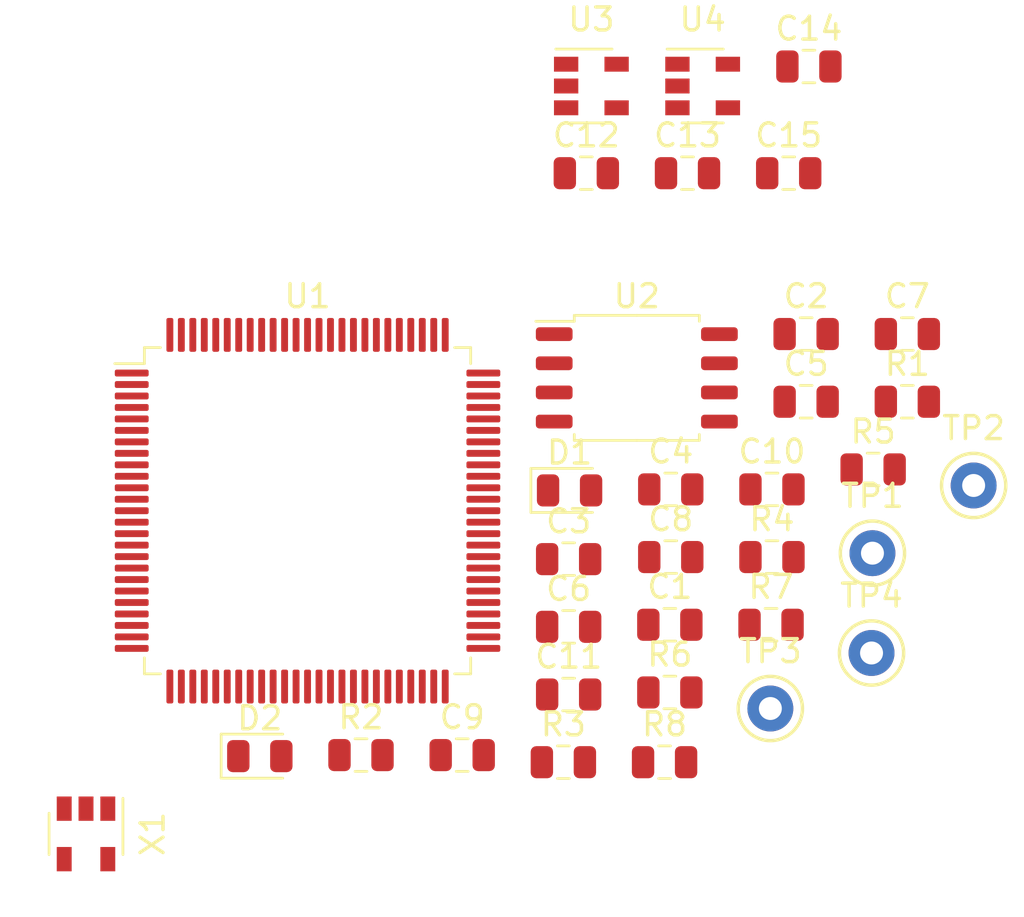
<source format=kicad_pcb>
(kicad_pcb (version 20171130) (host pcbnew 5.1.5-52549c5~84~ubuntu18.04.1)

  (general
    (thickness 1.6)
    (drawings 0)
    (tracks 0)
    (zones 0)
    (modules 34)
    (nets 86)
  )

  (page A4)
  (layers
    (0 F.Cu signal)
    (1 In1.Cu signal)
    (2 In2.Cu signal)
    (31 B.Cu signal)
    (32 B.Adhes user)
    (33 F.Adhes user)
    (34 B.Paste user)
    (35 F.Paste user)
    (36 B.SilkS user)
    (37 F.SilkS user)
    (38 B.Mask user)
    (39 F.Mask user)
    (40 Dwgs.User user)
    (41 Cmts.User user)
    (42 Eco1.User user)
    (43 Eco2.User user)
    (44 Edge.Cuts user)
    (45 Margin user)
    (46 B.CrtYd user)
    (47 F.CrtYd user)
    (48 B.Fab user)
    (49 F.Fab user)
  )

  (setup
    (last_trace_width 0.16)
    (trace_clearance 0.16)
    (zone_clearance 0.508)
    (zone_45_only no)
    (trace_min 0.16)
    (via_size 0.6)
    (via_drill 0.3)
    (via_min_size 0.4)
    (via_min_drill 0.3)
    (uvia_size 0.3)
    (uvia_drill 0.1)
    (uvias_allowed no)
    (uvia_min_size 0.2)
    (uvia_min_drill 0.1)
    (edge_width 0.05)
    (segment_width 0.2)
    (pcb_text_width 0.3)
    (pcb_text_size 1.5 1.5)
    (mod_edge_width 0.12)
    (mod_text_size 1 1)
    (mod_text_width 0.15)
    (pad_size 0.27 0.27)
    (pad_drill 0)
    (pad_to_mask_clearance 0.051)
    (solder_mask_min_width 0.25)
    (aux_axis_origin 0 0)
    (visible_elements FFFFFF7F)
    (pcbplotparams
      (layerselection 0x010fc_ffffffff)
      (usegerberextensions false)
      (usegerberattributes false)
      (usegerberadvancedattributes false)
      (creategerberjobfile false)
      (excludeedgelayer true)
      (linewidth 0.100000)
      (plotframeref false)
      (viasonmask false)
      (mode 1)
      (useauxorigin false)
      (hpglpennumber 1)
      (hpglpenspeed 20)
      (hpglpendiameter 15.000000)
      (psnegative false)
      (psa4output false)
      (plotreference true)
      (plotvalue true)
      (plotinvisibletext false)
      (padsonsilk false)
      (subtractmaskfromsilk false)
      (outputformat 1)
      (mirror false)
      (drillshape 1)
      (scaleselection 1)
      (outputdirectory ""))
  )

  (net 0 "")
  (net 1 "Net-(U1-Pad76)")
  (net 2 GND)
  (net 3 +3V3)
  (net 4 "Net-(D1-Pad1)")
  (net 5 "Net-(D1-Pad2)")
  (net 6 "Net-(D2-Pad1)")
  (net 7 /sdo)
  (net 8 /sdi)
  (net 9 /sd_clk)
  (net 10 /sd_cs)
  (net 11 "Net-(R5-Pad2)")
  (net 12 "Net-(R8-Pad1)")
  (net 13 "Net-(TP1-Pad1)")
  (net 14 "Net-(TP2-Pad1)")
  (net 15 "Net-(TP3-Pad1)")
  (net 16 "Net-(TP4-Pad1)")
  (net 17 "Net-(U1-Pad1)")
  (net 18 "Net-(U1-Pad2)")
  (net 19 "Net-(U1-Pad3)")
  (net 20 "Net-(U1-Pad4)")
  (net 21 "Net-(U1-Pad7)")
  (net 22 "Net-(U1-Pad8)")
  (net 23 "Net-(U1-Pad9)")
  (net 24 "Net-(U1-Pad10)")
  (net 25 +1V2)
  (net 26 "Net-(U1-Pad12)")
  (net 27 "Net-(U1-Pad13)")
  (net 28 "Net-(U1-Pad15)")
  (net 29 "Net-(U1-Pad16)")
  (net 30 "Net-(U1-Pad18)")
  (net 31 "Net-(U1-Pad19)")
  (net 32 "Net-(U1-Pad20)")
  (net 33 "Net-(U1-Pad21)")
  (net 34 "Net-(U1-Pad24)")
  (net 35 "Net-(U1-Pad25)")
  (net 36 "Net-(U1-Pad26)")
  (net 37 "Net-(U1-Pad27)")
  (net 38 "Net-(U1-Pad28)")
  (net 39 "Net-(U1-Pad29)")
  (net 40 "Net-(U1-Pad30)")
  (net 41 "Net-(U1-Pad36)")
  (net 42 "Net-(U1-Pad37)")
  (net 43 "Net-(U1-Pad40)")
  (net 44 "Net-(U1-Pad51)")
  (net 45 "Net-(U1-Pad52)")
  (net 46 "Net-(U1-Pad53)")
  (net 47 "Net-(U1-Pad54)")
  (net 48 "Net-(U1-Pad56)")
  (net 49 "Net-(U1-Pad57)")
  (net 50 "Net-(U1-Pad59)")
  (net 51 "Net-(U1-Pad60)")
  (net 52 "Net-(U1-Pad62)")
  (net 53 "Net-(U1-Pad63)")
  (net 54 "Net-(U1-Pad64)")
  (net 55 "Net-(U1-Pad65)")
  (net 56 "Net-(U1-Pad66)")
  (net 57 "Net-(U1-Pad68)")
  (net 58 "Net-(U1-Pad69)")
  (net 59 "Net-(U1-Pad71)")
  (net 60 "Net-(U1-Pad72)")
  (net 61 "Net-(U1-Pad73)")
  (net 62 "Net-(U1-Pad74)")
  (net 63 "Net-(U1-Pad78)")
  (net 64 "Net-(U1-Pad79)")
  (net 65 "Net-(U1-Pad80)")
  (net 66 "Net-(U1-Pad81)")
  (net 67 "Net-(U1-Pad82)")
  (net 68 "Net-(U1-Pad83)")
  (net 69 "Net-(U1-Pad85)")
  (net 70 "Net-(U1-Pad86)")
  (net 71 "Net-(U1-Pad87)")
  (net 72 /reset)
  (net 73 /clock)
  (net 74 "Net-(U1-Pad91)")
  (net 75 "Net-(U1-Pad93)")
  (net 76 "Net-(U1-Pad94)")
  (net 77 "Net-(U1-Pad95)")
  (net 78 "Net-(U1-Pad96)")
  (net 79 "Net-(U1-Pad97)")
  (net 80 "Net-(U1-Pad99)")
  (net 81 "Net-(U1-Pad100)")
  (net 82 +5V)
  (net 83 "Net-(U3-Pad4)")
  (net 84 "Net-(U4-Pad2)")
  (net 85 "Net-(U4-Pad4)")

  (net_class Default "This is the default net class."
    (clearance 0.16)
    (trace_width 0.16)
    (via_dia 0.6)
    (via_drill 0.3)
    (uvia_dia 0.3)
    (uvia_drill 0.1)
    (add_net +1V2)
    (add_net +3V3)
    (add_net +5V)
    (add_net /clock)
    (add_net /reset)
    (add_net /sd_clk)
    (add_net /sd_cs)
    (add_net /sdi)
    (add_net /sdo)
    (add_net GND)
    (add_net "Net-(D1-Pad1)")
    (add_net "Net-(D1-Pad2)")
    (add_net "Net-(D2-Pad1)")
    (add_net "Net-(R5-Pad2)")
    (add_net "Net-(R8-Pad1)")
    (add_net "Net-(TP1-Pad1)")
    (add_net "Net-(TP2-Pad1)")
    (add_net "Net-(TP3-Pad1)")
    (add_net "Net-(TP4-Pad1)")
    (add_net "Net-(U1-Pad1)")
    (add_net "Net-(U1-Pad10)")
    (add_net "Net-(U1-Pad100)")
    (add_net "Net-(U1-Pad12)")
    (add_net "Net-(U1-Pad13)")
    (add_net "Net-(U1-Pad15)")
    (add_net "Net-(U1-Pad16)")
    (add_net "Net-(U1-Pad18)")
    (add_net "Net-(U1-Pad19)")
    (add_net "Net-(U1-Pad2)")
    (add_net "Net-(U1-Pad20)")
    (add_net "Net-(U1-Pad21)")
    (add_net "Net-(U1-Pad24)")
    (add_net "Net-(U1-Pad25)")
    (add_net "Net-(U1-Pad26)")
    (add_net "Net-(U1-Pad27)")
    (add_net "Net-(U1-Pad28)")
    (add_net "Net-(U1-Pad29)")
    (add_net "Net-(U1-Pad3)")
    (add_net "Net-(U1-Pad30)")
    (add_net "Net-(U1-Pad36)")
    (add_net "Net-(U1-Pad37)")
    (add_net "Net-(U1-Pad4)")
    (add_net "Net-(U1-Pad40)")
    (add_net "Net-(U1-Pad51)")
    (add_net "Net-(U1-Pad52)")
    (add_net "Net-(U1-Pad53)")
    (add_net "Net-(U1-Pad54)")
    (add_net "Net-(U1-Pad56)")
    (add_net "Net-(U1-Pad57)")
    (add_net "Net-(U1-Pad59)")
    (add_net "Net-(U1-Pad60)")
    (add_net "Net-(U1-Pad62)")
    (add_net "Net-(U1-Pad63)")
    (add_net "Net-(U1-Pad64)")
    (add_net "Net-(U1-Pad65)")
    (add_net "Net-(U1-Pad66)")
    (add_net "Net-(U1-Pad68)")
    (add_net "Net-(U1-Pad69)")
    (add_net "Net-(U1-Pad7)")
    (add_net "Net-(U1-Pad71)")
    (add_net "Net-(U1-Pad72)")
    (add_net "Net-(U1-Pad73)")
    (add_net "Net-(U1-Pad74)")
    (add_net "Net-(U1-Pad76)")
    (add_net "Net-(U1-Pad78)")
    (add_net "Net-(U1-Pad79)")
    (add_net "Net-(U1-Pad8)")
    (add_net "Net-(U1-Pad80)")
    (add_net "Net-(U1-Pad81)")
    (add_net "Net-(U1-Pad82)")
    (add_net "Net-(U1-Pad83)")
    (add_net "Net-(U1-Pad85)")
    (add_net "Net-(U1-Pad86)")
    (add_net "Net-(U1-Pad87)")
    (add_net "Net-(U1-Pad9)")
    (add_net "Net-(U1-Pad91)")
    (add_net "Net-(U1-Pad93)")
    (add_net "Net-(U1-Pad94)")
    (add_net "Net-(U1-Pad95)")
    (add_net "Net-(U1-Pad96)")
    (add_net "Net-(U1-Pad97)")
    (add_net "Net-(U1-Pad99)")
    (add_net "Net-(U3-Pad4)")
    (add_net "Net-(U4-Pad2)")
    (add_net "Net-(U4-Pad4)")
  )

  (module Capacitor_SMD:C_0805_2012Metric (layer F.Cu) (tedit 5B36C52B) (tstamp 5E0A082E)
    (at 167.515001 84.725001)
    (descr "Capacitor SMD 0805 (2012 Metric), square (rectangular) end terminal, IPC_7351 nominal, (Body size source: https://docs.google.com/spreadsheets/d/1BsfQQcO9C6DZCsRaXUlFlo91Tg2WpOkGARC1WS5S8t0/edit?usp=sharing), generated with kicad-footprint-generator")
    (tags capacitor)
    (path /5E0FEB5C)
    (attr smd)
    (fp_text reference C1 (at 0 -1.65) (layer F.SilkS)
      (effects (font (size 1 1) (thickness 0.15)))
    )
    (fp_text value 100n (at 0 1.65) (layer F.Fab)
      (effects (font (size 1 1) (thickness 0.15)))
    )
    (fp_text user %R (at 0 0) (layer F.Fab)
      (effects (font (size 0.5 0.5) (thickness 0.08)))
    )
    (fp_line (start 1.68 0.95) (end -1.68 0.95) (layer F.CrtYd) (width 0.05))
    (fp_line (start 1.68 -0.95) (end 1.68 0.95) (layer F.CrtYd) (width 0.05))
    (fp_line (start -1.68 -0.95) (end 1.68 -0.95) (layer F.CrtYd) (width 0.05))
    (fp_line (start -1.68 0.95) (end -1.68 -0.95) (layer F.CrtYd) (width 0.05))
    (fp_line (start -0.258578 0.71) (end 0.258578 0.71) (layer F.SilkS) (width 0.12))
    (fp_line (start -0.258578 -0.71) (end 0.258578 -0.71) (layer F.SilkS) (width 0.12))
    (fp_line (start 1 0.6) (end -1 0.6) (layer F.Fab) (width 0.1))
    (fp_line (start 1 -0.6) (end 1 0.6) (layer F.Fab) (width 0.1))
    (fp_line (start -1 -0.6) (end 1 -0.6) (layer F.Fab) (width 0.1))
    (fp_line (start -1 0.6) (end -1 -0.6) (layer F.Fab) (width 0.1))
    (pad 2 smd roundrect (at 0.9375 0) (size 0.975 1.4) (layers F.Cu F.Paste F.Mask) (roundrect_rratio 0.25)
      (net 2 GND))
    (pad 1 smd roundrect (at -0.9375 0) (size 0.975 1.4) (layers F.Cu F.Paste F.Mask) (roundrect_rratio 0.25)
      (net 3 +3V3))
    (model ${KISYS3DMOD}/Capacitor_SMD.3dshapes/C_0805_2012Metric.wrl
      (at (xyz 0 0 0))
      (scale (xyz 1 1 1))
      (rotate (xyz 0 0 0))
    )
  )

  (module Capacitor_SMD:C_0805_2012Metric (layer F.Cu) (tedit 5B36C52B) (tstamp 5E0A083F)
    (at 173.455001 72.055001)
    (descr "Capacitor SMD 0805 (2012 Metric), square (rectangular) end terminal, IPC_7351 nominal, (Body size source: https://docs.google.com/spreadsheets/d/1BsfQQcO9C6DZCsRaXUlFlo91Tg2WpOkGARC1WS5S8t0/edit?usp=sharing), generated with kicad-footprint-generator")
    (tags capacitor)
    (path /5E0F1E34)
    (attr smd)
    (fp_text reference C2 (at 0 -1.65) (layer F.SilkS)
      (effects (font (size 1 1) (thickness 0.15)))
    )
    (fp_text value 100n (at 0 1.65) (layer F.Fab)
      (effects (font (size 1 1) (thickness 0.15)))
    )
    (fp_line (start -1 0.6) (end -1 -0.6) (layer F.Fab) (width 0.1))
    (fp_line (start -1 -0.6) (end 1 -0.6) (layer F.Fab) (width 0.1))
    (fp_line (start 1 -0.6) (end 1 0.6) (layer F.Fab) (width 0.1))
    (fp_line (start 1 0.6) (end -1 0.6) (layer F.Fab) (width 0.1))
    (fp_line (start -0.258578 -0.71) (end 0.258578 -0.71) (layer F.SilkS) (width 0.12))
    (fp_line (start -0.258578 0.71) (end 0.258578 0.71) (layer F.SilkS) (width 0.12))
    (fp_line (start -1.68 0.95) (end -1.68 -0.95) (layer F.CrtYd) (width 0.05))
    (fp_line (start -1.68 -0.95) (end 1.68 -0.95) (layer F.CrtYd) (width 0.05))
    (fp_line (start 1.68 -0.95) (end 1.68 0.95) (layer F.CrtYd) (width 0.05))
    (fp_line (start 1.68 0.95) (end -1.68 0.95) (layer F.CrtYd) (width 0.05))
    (fp_text user %R (at 0 0) (layer F.Fab)
      (effects (font (size 0.5 0.5) (thickness 0.08)))
    )
    (pad 1 smd roundrect (at -0.9375 0) (size 0.975 1.4) (layers F.Cu F.Paste F.Mask) (roundrect_rratio 0.25)
      (net 3 +3V3))
    (pad 2 smd roundrect (at 0.9375 0) (size 0.975 1.4) (layers F.Cu F.Paste F.Mask) (roundrect_rratio 0.25)
      (net 2 GND))
    (model ${KISYS3DMOD}/Capacitor_SMD.3dshapes/C_0805_2012Metric.wrl
      (at (xyz 0 0 0))
      (scale (xyz 1 1 1))
      (rotate (xyz 0 0 0))
    )
  )

  (module Capacitor_SMD:C_0805_2012Metric (layer F.Cu) (tedit 5B36C52B) (tstamp 5E0A0850)
    (at 163.105001 81.865001)
    (descr "Capacitor SMD 0805 (2012 Metric), square (rectangular) end terminal, IPC_7351 nominal, (Body size source: https://docs.google.com/spreadsheets/d/1BsfQQcO9C6DZCsRaXUlFlo91Tg2WpOkGARC1WS5S8t0/edit?usp=sharing), generated with kicad-footprint-generator")
    (tags capacitor)
    (path /5E10D72C)
    (attr smd)
    (fp_text reference C3 (at 0 -1.65) (layer F.SilkS)
      (effects (font (size 1 1) (thickness 0.15)))
    )
    (fp_text value 100n (at 0 1.65) (layer F.Fab)
      (effects (font (size 1 1) (thickness 0.15)))
    )
    (fp_line (start -1 0.6) (end -1 -0.6) (layer F.Fab) (width 0.1))
    (fp_line (start -1 -0.6) (end 1 -0.6) (layer F.Fab) (width 0.1))
    (fp_line (start 1 -0.6) (end 1 0.6) (layer F.Fab) (width 0.1))
    (fp_line (start 1 0.6) (end -1 0.6) (layer F.Fab) (width 0.1))
    (fp_line (start -0.258578 -0.71) (end 0.258578 -0.71) (layer F.SilkS) (width 0.12))
    (fp_line (start -0.258578 0.71) (end 0.258578 0.71) (layer F.SilkS) (width 0.12))
    (fp_line (start -1.68 0.95) (end -1.68 -0.95) (layer F.CrtYd) (width 0.05))
    (fp_line (start -1.68 -0.95) (end 1.68 -0.95) (layer F.CrtYd) (width 0.05))
    (fp_line (start 1.68 -0.95) (end 1.68 0.95) (layer F.CrtYd) (width 0.05))
    (fp_line (start 1.68 0.95) (end -1.68 0.95) (layer F.CrtYd) (width 0.05))
    (fp_text user %R (at 0 0) (layer F.Fab)
      (effects (font (size 0.5 0.5) (thickness 0.08)))
    )
    (pad 1 smd roundrect (at -0.9375 0) (size 0.975 1.4) (layers F.Cu F.Paste F.Mask) (roundrect_rratio 0.25)
      (net 3 +3V3))
    (pad 2 smd roundrect (at 0.9375 0) (size 0.975 1.4) (layers F.Cu F.Paste F.Mask) (roundrect_rratio 0.25)
      (net 2 GND))
    (model ${KISYS3DMOD}/Capacitor_SMD.3dshapes/C_0805_2012Metric.wrl
      (at (xyz 0 0 0))
      (scale (xyz 1 1 1))
      (rotate (xyz 0 0 0))
    )
  )

  (module Capacitor_SMD:C_0805_2012Metric (layer F.Cu) (tedit 5B36C52B) (tstamp 5E0A0861)
    (at 167.555001 78.825001)
    (descr "Capacitor SMD 0805 (2012 Metric), square (rectangular) end terminal, IPC_7351 nominal, (Body size source: https://docs.google.com/spreadsheets/d/1BsfQQcO9C6DZCsRaXUlFlo91Tg2WpOkGARC1WS5S8t0/edit?usp=sharing), generated with kicad-footprint-generator")
    (tags capacitor)
    (path /5E18CD20)
    (attr smd)
    (fp_text reference C4 (at 0 -1.65) (layer F.SilkS)
      (effects (font (size 1 1) (thickness 0.15)))
    )
    (fp_text value 100n (at 0 1.65) (layer F.Fab)
      (effects (font (size 1 1) (thickness 0.15)))
    )
    (fp_line (start -1 0.6) (end -1 -0.6) (layer F.Fab) (width 0.1))
    (fp_line (start -1 -0.6) (end 1 -0.6) (layer F.Fab) (width 0.1))
    (fp_line (start 1 -0.6) (end 1 0.6) (layer F.Fab) (width 0.1))
    (fp_line (start 1 0.6) (end -1 0.6) (layer F.Fab) (width 0.1))
    (fp_line (start -0.258578 -0.71) (end 0.258578 -0.71) (layer F.SilkS) (width 0.12))
    (fp_line (start -0.258578 0.71) (end 0.258578 0.71) (layer F.SilkS) (width 0.12))
    (fp_line (start -1.68 0.95) (end -1.68 -0.95) (layer F.CrtYd) (width 0.05))
    (fp_line (start -1.68 -0.95) (end 1.68 -0.95) (layer F.CrtYd) (width 0.05))
    (fp_line (start 1.68 -0.95) (end 1.68 0.95) (layer F.CrtYd) (width 0.05))
    (fp_line (start 1.68 0.95) (end -1.68 0.95) (layer F.CrtYd) (width 0.05))
    (fp_text user %R (at 0 0) (layer F.Fab)
      (effects (font (size 0.5 0.5) (thickness 0.08)))
    )
    (pad 1 smd roundrect (at -0.9375 0) (size 0.975 1.4) (layers F.Cu F.Paste F.Mask) (roundrect_rratio 0.25)
      (net 3 +3V3))
    (pad 2 smd roundrect (at 0.9375 0) (size 0.975 1.4) (layers F.Cu F.Paste F.Mask) (roundrect_rratio 0.25)
      (net 2 GND))
    (model ${KISYS3DMOD}/Capacitor_SMD.3dshapes/C_0805_2012Metric.wrl
      (at (xyz 0 0 0))
      (scale (xyz 1 1 1))
      (rotate (xyz 0 0 0))
    )
  )

  (module Capacitor_SMD:C_0805_2012Metric (layer F.Cu) (tedit 5B36C52B) (tstamp 5E0A0872)
    (at 173.455001 75.005001)
    (descr "Capacitor SMD 0805 (2012 Metric), square (rectangular) end terminal, IPC_7351 nominal, (Body size source: https://docs.google.com/spreadsheets/d/1BsfQQcO9C6DZCsRaXUlFlo91Tg2WpOkGARC1WS5S8t0/edit?usp=sharing), generated with kicad-footprint-generator")
    (tags capacitor)
    (path /5E18CD2A)
    (attr smd)
    (fp_text reference C5 (at 0 -1.65) (layer F.SilkS)
      (effects (font (size 1 1) (thickness 0.15)))
    )
    (fp_text value 100n (at 0 1.65) (layer F.Fab)
      (effects (font (size 1 1) (thickness 0.15)))
    )
    (fp_text user %R (at 0 0) (layer F.Fab)
      (effects (font (size 0.5 0.5) (thickness 0.08)))
    )
    (fp_line (start 1.68 0.95) (end -1.68 0.95) (layer F.CrtYd) (width 0.05))
    (fp_line (start 1.68 -0.95) (end 1.68 0.95) (layer F.CrtYd) (width 0.05))
    (fp_line (start -1.68 -0.95) (end 1.68 -0.95) (layer F.CrtYd) (width 0.05))
    (fp_line (start -1.68 0.95) (end -1.68 -0.95) (layer F.CrtYd) (width 0.05))
    (fp_line (start -0.258578 0.71) (end 0.258578 0.71) (layer F.SilkS) (width 0.12))
    (fp_line (start -0.258578 -0.71) (end 0.258578 -0.71) (layer F.SilkS) (width 0.12))
    (fp_line (start 1 0.6) (end -1 0.6) (layer F.Fab) (width 0.1))
    (fp_line (start 1 -0.6) (end 1 0.6) (layer F.Fab) (width 0.1))
    (fp_line (start -1 -0.6) (end 1 -0.6) (layer F.Fab) (width 0.1))
    (fp_line (start -1 0.6) (end -1 -0.6) (layer F.Fab) (width 0.1))
    (pad 2 smd roundrect (at 0.9375 0) (size 0.975 1.4) (layers F.Cu F.Paste F.Mask) (roundrect_rratio 0.25)
      (net 2 GND))
    (pad 1 smd roundrect (at -0.9375 0) (size 0.975 1.4) (layers F.Cu F.Paste F.Mask) (roundrect_rratio 0.25)
      (net 3 +3V3))
    (model ${KISYS3DMOD}/Capacitor_SMD.3dshapes/C_0805_2012Metric.wrl
      (at (xyz 0 0 0))
      (scale (xyz 1 1 1))
      (rotate (xyz 0 0 0))
    )
  )

  (module Capacitor_SMD:C_0805_2012Metric (layer F.Cu) (tedit 5B36C52B) (tstamp 5E0A0883)
    (at 163.105001 84.815001)
    (descr "Capacitor SMD 0805 (2012 Metric), square (rectangular) end terminal, IPC_7351 nominal, (Body size source: https://docs.google.com/spreadsheets/d/1BsfQQcO9C6DZCsRaXUlFlo91Tg2WpOkGARC1WS5S8t0/edit?usp=sharing), generated with kicad-footprint-generator")
    (tags capacitor)
    (path /5E18CD34)
    (attr smd)
    (fp_text reference C6 (at 0 -1.65) (layer F.SilkS)
      (effects (font (size 1 1) (thickness 0.15)))
    )
    (fp_text value 100n (at 0 1.65) (layer F.Fab)
      (effects (font (size 1 1) (thickness 0.15)))
    )
    (fp_line (start -1 0.6) (end -1 -0.6) (layer F.Fab) (width 0.1))
    (fp_line (start -1 -0.6) (end 1 -0.6) (layer F.Fab) (width 0.1))
    (fp_line (start 1 -0.6) (end 1 0.6) (layer F.Fab) (width 0.1))
    (fp_line (start 1 0.6) (end -1 0.6) (layer F.Fab) (width 0.1))
    (fp_line (start -0.258578 -0.71) (end 0.258578 -0.71) (layer F.SilkS) (width 0.12))
    (fp_line (start -0.258578 0.71) (end 0.258578 0.71) (layer F.SilkS) (width 0.12))
    (fp_line (start -1.68 0.95) (end -1.68 -0.95) (layer F.CrtYd) (width 0.05))
    (fp_line (start -1.68 -0.95) (end 1.68 -0.95) (layer F.CrtYd) (width 0.05))
    (fp_line (start 1.68 -0.95) (end 1.68 0.95) (layer F.CrtYd) (width 0.05))
    (fp_line (start 1.68 0.95) (end -1.68 0.95) (layer F.CrtYd) (width 0.05))
    (fp_text user %R (at 0 0) (layer F.Fab)
      (effects (font (size 0.5 0.5) (thickness 0.08)))
    )
    (pad 1 smd roundrect (at -0.9375 0) (size 0.975 1.4) (layers F.Cu F.Paste F.Mask) (roundrect_rratio 0.25)
      (net 3 +3V3))
    (pad 2 smd roundrect (at 0.9375 0) (size 0.975 1.4) (layers F.Cu F.Paste F.Mask) (roundrect_rratio 0.25)
      (net 2 GND))
    (model ${KISYS3DMOD}/Capacitor_SMD.3dshapes/C_0805_2012Metric.wrl
      (at (xyz 0 0 0))
      (scale (xyz 1 1 1))
      (rotate (xyz 0 0 0))
    )
  )

  (module Capacitor_SMD:C_0805_2012Metric (layer F.Cu) (tedit 5B36C52B) (tstamp 5E0A0894)
    (at 177.865001 72.055001)
    (descr "Capacitor SMD 0805 (2012 Metric), square (rectangular) end terminal, IPC_7351 nominal, (Body size source: https://docs.google.com/spreadsheets/d/1BsfQQcO9C6DZCsRaXUlFlo91Tg2WpOkGARC1WS5S8t0/edit?usp=sharing), generated with kicad-footprint-generator")
    (tags capacitor)
    (path /5E18CD3E)
    (attr smd)
    (fp_text reference C7 (at 0 -1.65) (layer F.SilkS)
      (effects (font (size 1 1) (thickness 0.15)))
    )
    (fp_text value 100n (at 0 1.65) (layer F.Fab)
      (effects (font (size 1 1) (thickness 0.15)))
    )
    (fp_text user %R (at 0 0) (layer F.Fab)
      (effects (font (size 0.5 0.5) (thickness 0.08)))
    )
    (fp_line (start 1.68 0.95) (end -1.68 0.95) (layer F.CrtYd) (width 0.05))
    (fp_line (start 1.68 -0.95) (end 1.68 0.95) (layer F.CrtYd) (width 0.05))
    (fp_line (start -1.68 -0.95) (end 1.68 -0.95) (layer F.CrtYd) (width 0.05))
    (fp_line (start -1.68 0.95) (end -1.68 -0.95) (layer F.CrtYd) (width 0.05))
    (fp_line (start -0.258578 0.71) (end 0.258578 0.71) (layer F.SilkS) (width 0.12))
    (fp_line (start -0.258578 -0.71) (end 0.258578 -0.71) (layer F.SilkS) (width 0.12))
    (fp_line (start 1 0.6) (end -1 0.6) (layer F.Fab) (width 0.1))
    (fp_line (start 1 -0.6) (end 1 0.6) (layer F.Fab) (width 0.1))
    (fp_line (start -1 -0.6) (end 1 -0.6) (layer F.Fab) (width 0.1))
    (fp_line (start -1 0.6) (end -1 -0.6) (layer F.Fab) (width 0.1))
    (pad 2 smd roundrect (at 0.9375 0) (size 0.975 1.4) (layers F.Cu F.Paste F.Mask) (roundrect_rratio 0.25)
      (net 2 GND))
    (pad 1 smd roundrect (at -0.9375 0) (size 0.975 1.4) (layers F.Cu F.Paste F.Mask) (roundrect_rratio 0.25)
      (net 3 +3V3))
    (model ${KISYS3DMOD}/Capacitor_SMD.3dshapes/C_0805_2012Metric.wrl
      (at (xyz 0 0 0))
      (scale (xyz 1 1 1))
      (rotate (xyz 0 0 0))
    )
  )

  (module Capacitor_SMD:C_0805_2012Metric (layer F.Cu) (tedit 5B36C52B) (tstamp 5E0A08A5)
    (at 167.555001 81.775001)
    (descr "Capacitor SMD 0805 (2012 Metric), square (rectangular) end terminal, IPC_7351 nominal, (Body size source: https://docs.google.com/spreadsheets/d/1BsfQQcO9C6DZCsRaXUlFlo91Tg2WpOkGARC1WS5S8t0/edit?usp=sharing), generated with kicad-footprint-generator")
    (tags capacitor)
    (path /5E0DCA4D)
    (attr smd)
    (fp_text reference C8 (at 0 -1.65) (layer F.SilkS)
      (effects (font (size 1 1) (thickness 0.15)))
    )
    (fp_text value 100n (at 0 1.65) (layer F.Fab)
      (effects (font (size 1 1) (thickness 0.15)))
    )
    (fp_text user %R (at 0 0) (layer F.Fab)
      (effects (font (size 0.5 0.5) (thickness 0.08)))
    )
    (fp_line (start 1.68 0.95) (end -1.68 0.95) (layer F.CrtYd) (width 0.05))
    (fp_line (start 1.68 -0.95) (end 1.68 0.95) (layer F.CrtYd) (width 0.05))
    (fp_line (start -1.68 -0.95) (end 1.68 -0.95) (layer F.CrtYd) (width 0.05))
    (fp_line (start -1.68 0.95) (end -1.68 -0.95) (layer F.CrtYd) (width 0.05))
    (fp_line (start -0.258578 0.71) (end 0.258578 0.71) (layer F.SilkS) (width 0.12))
    (fp_line (start -0.258578 -0.71) (end 0.258578 -0.71) (layer F.SilkS) (width 0.12))
    (fp_line (start 1 0.6) (end -1 0.6) (layer F.Fab) (width 0.1))
    (fp_line (start 1 -0.6) (end 1 0.6) (layer F.Fab) (width 0.1))
    (fp_line (start -1 -0.6) (end 1 -0.6) (layer F.Fab) (width 0.1))
    (fp_line (start -1 0.6) (end -1 -0.6) (layer F.Fab) (width 0.1))
    (pad 2 smd roundrect (at 0.9375 0) (size 0.975 1.4) (layers F.Cu F.Paste F.Mask) (roundrect_rratio 0.25)
      (net 2 GND))
    (pad 1 smd roundrect (at -0.9375 0) (size 0.975 1.4) (layers F.Cu F.Paste F.Mask) (roundrect_rratio 0.25)
      (net 3 +3V3))
    (model ${KISYS3DMOD}/Capacitor_SMD.3dshapes/C_0805_2012Metric.wrl
      (at (xyz 0 0 0))
      (scale (xyz 1 1 1))
      (rotate (xyz 0 0 0))
    )
  )

  (module Capacitor_SMD:C_0805_2012Metric (layer F.Cu) (tedit 5B36C52B) (tstamp 5E0A08B6)
    (at 158.465001 90.405001)
    (descr "Capacitor SMD 0805 (2012 Metric), square (rectangular) end terminal, IPC_7351 nominal, (Body size source: https://docs.google.com/spreadsheets/d/1BsfQQcO9C6DZCsRaXUlFlo91Tg2WpOkGARC1WS5S8t0/edit?usp=sharing), generated with kicad-footprint-generator")
    (tags capacitor)
    (path /5E0E0BDD)
    (attr smd)
    (fp_text reference C9 (at 0 -1.65) (layer F.SilkS)
      (effects (font (size 1 1) (thickness 0.15)))
    )
    (fp_text value 100n (at 0 1.65) (layer F.Fab)
      (effects (font (size 1 1) (thickness 0.15)))
    )
    (fp_line (start -1 0.6) (end -1 -0.6) (layer F.Fab) (width 0.1))
    (fp_line (start -1 -0.6) (end 1 -0.6) (layer F.Fab) (width 0.1))
    (fp_line (start 1 -0.6) (end 1 0.6) (layer F.Fab) (width 0.1))
    (fp_line (start 1 0.6) (end -1 0.6) (layer F.Fab) (width 0.1))
    (fp_line (start -0.258578 -0.71) (end 0.258578 -0.71) (layer F.SilkS) (width 0.12))
    (fp_line (start -0.258578 0.71) (end 0.258578 0.71) (layer F.SilkS) (width 0.12))
    (fp_line (start -1.68 0.95) (end -1.68 -0.95) (layer F.CrtYd) (width 0.05))
    (fp_line (start -1.68 -0.95) (end 1.68 -0.95) (layer F.CrtYd) (width 0.05))
    (fp_line (start 1.68 -0.95) (end 1.68 0.95) (layer F.CrtYd) (width 0.05))
    (fp_line (start 1.68 0.95) (end -1.68 0.95) (layer F.CrtYd) (width 0.05))
    (fp_text user %R (at 0 0) (layer F.Fab)
      (effects (font (size 0.5 0.5) (thickness 0.08)))
    )
    (pad 1 smd roundrect (at -0.9375 0) (size 0.975 1.4) (layers F.Cu F.Paste F.Mask) (roundrect_rratio 0.25)
      (net 3 +3V3))
    (pad 2 smd roundrect (at 0.9375 0) (size 0.975 1.4) (layers F.Cu F.Paste F.Mask) (roundrect_rratio 0.25)
      (net 2 GND))
    (model ${KISYS3DMOD}/Capacitor_SMD.3dshapes/C_0805_2012Metric.wrl
      (at (xyz 0 0 0))
      (scale (xyz 1 1 1))
      (rotate (xyz 0 0 0))
    )
  )

  (module Capacitor_SMD:C_0805_2012Metric (layer F.Cu) (tedit 5B36C52B) (tstamp 5E0A08C7)
    (at 171.965001 78.825001)
    (descr "Capacitor SMD 0805 (2012 Metric), square (rectangular) end terminal, IPC_7351 nominal, (Body size source: https://docs.google.com/spreadsheets/d/1BsfQQcO9C6DZCsRaXUlFlo91Tg2WpOkGARC1WS5S8t0/edit?usp=sharing), generated with kicad-footprint-generator")
    (tags capacitor)
    (path /5E0E1158)
    (attr smd)
    (fp_text reference C10 (at 0 -1.65) (layer F.SilkS)
      (effects (font (size 1 1) (thickness 0.15)))
    )
    (fp_text value 100n (at 0 1.65) (layer F.Fab)
      (effects (font (size 1 1) (thickness 0.15)))
    )
    (fp_text user %R (at 0 0) (layer F.Fab)
      (effects (font (size 0.5 0.5) (thickness 0.08)))
    )
    (fp_line (start 1.68 0.95) (end -1.68 0.95) (layer F.CrtYd) (width 0.05))
    (fp_line (start 1.68 -0.95) (end 1.68 0.95) (layer F.CrtYd) (width 0.05))
    (fp_line (start -1.68 -0.95) (end 1.68 -0.95) (layer F.CrtYd) (width 0.05))
    (fp_line (start -1.68 0.95) (end -1.68 -0.95) (layer F.CrtYd) (width 0.05))
    (fp_line (start -0.258578 0.71) (end 0.258578 0.71) (layer F.SilkS) (width 0.12))
    (fp_line (start -0.258578 -0.71) (end 0.258578 -0.71) (layer F.SilkS) (width 0.12))
    (fp_line (start 1 0.6) (end -1 0.6) (layer F.Fab) (width 0.1))
    (fp_line (start 1 -0.6) (end 1 0.6) (layer F.Fab) (width 0.1))
    (fp_line (start -1 -0.6) (end 1 -0.6) (layer F.Fab) (width 0.1))
    (fp_line (start -1 0.6) (end -1 -0.6) (layer F.Fab) (width 0.1))
    (pad 2 smd roundrect (at 0.9375 0) (size 0.975 1.4) (layers F.Cu F.Paste F.Mask) (roundrect_rratio 0.25)
      (net 2 GND))
    (pad 1 smd roundrect (at -0.9375 0) (size 0.975 1.4) (layers F.Cu F.Paste F.Mask) (roundrect_rratio 0.25)
      (net 3 +3V3))
    (model ${KISYS3DMOD}/Capacitor_SMD.3dshapes/C_0805_2012Metric.wrl
      (at (xyz 0 0 0))
      (scale (xyz 1 1 1))
      (rotate (xyz 0 0 0))
    )
  )

  (module Capacitor_SMD:C_0805_2012Metric (layer F.Cu) (tedit 5B36C52B) (tstamp 5E0A08D8)
    (at 163.105001 87.765001)
    (descr "Capacitor SMD 0805 (2012 Metric), square (rectangular) end terminal, IPC_7351 nominal, (Body size source: https://docs.google.com/spreadsheets/d/1BsfQQcO9C6DZCsRaXUlFlo91Tg2WpOkGARC1WS5S8t0/edit?usp=sharing), generated with kicad-footprint-generator")
    (tags capacitor)
    (path /5E0E1726)
    (attr smd)
    (fp_text reference C11 (at 0 -1.65) (layer F.SilkS)
      (effects (font (size 1 1) (thickness 0.15)))
    )
    (fp_text value 100n (at 0 1.65) (layer F.Fab)
      (effects (font (size 1 1) (thickness 0.15)))
    )
    (fp_line (start -1 0.6) (end -1 -0.6) (layer F.Fab) (width 0.1))
    (fp_line (start -1 -0.6) (end 1 -0.6) (layer F.Fab) (width 0.1))
    (fp_line (start 1 -0.6) (end 1 0.6) (layer F.Fab) (width 0.1))
    (fp_line (start 1 0.6) (end -1 0.6) (layer F.Fab) (width 0.1))
    (fp_line (start -0.258578 -0.71) (end 0.258578 -0.71) (layer F.SilkS) (width 0.12))
    (fp_line (start -0.258578 0.71) (end 0.258578 0.71) (layer F.SilkS) (width 0.12))
    (fp_line (start -1.68 0.95) (end -1.68 -0.95) (layer F.CrtYd) (width 0.05))
    (fp_line (start -1.68 -0.95) (end 1.68 -0.95) (layer F.CrtYd) (width 0.05))
    (fp_line (start 1.68 -0.95) (end 1.68 0.95) (layer F.CrtYd) (width 0.05))
    (fp_line (start 1.68 0.95) (end -1.68 0.95) (layer F.CrtYd) (width 0.05))
    (fp_text user %R (at 0 0) (layer F.Fab)
      (effects (font (size 0.5 0.5) (thickness 0.08)))
    )
    (pad 1 smd roundrect (at -0.9375 0) (size 0.975 1.4) (layers F.Cu F.Paste F.Mask) (roundrect_rratio 0.25)
      (net 3 +3V3))
    (pad 2 smd roundrect (at 0.9375 0) (size 0.975 1.4) (layers F.Cu F.Paste F.Mask) (roundrect_rratio 0.25)
      (net 2 GND))
    (model ${KISYS3DMOD}/Capacitor_SMD.3dshapes/C_0805_2012Metric.wrl
      (at (xyz 0 0 0))
      (scale (xyz 1 1 1))
      (rotate (xyz 0 0 0))
    )
  )

  (module LED_SMD:LED_0805_2012Metric (layer F.Cu) (tedit 5B36C52C) (tstamp 5E0A08EB)
    (at 163.145001 78.870001)
    (descr "LED SMD 0805 (2012 Metric), square (rectangular) end terminal, IPC_7351 nominal, (Body size source: https://docs.google.com/spreadsheets/d/1BsfQQcO9C6DZCsRaXUlFlo91Tg2WpOkGARC1WS5S8t0/edit?usp=sharing), generated with kicad-footprint-generator")
    (tags diode)
    (path /5E0C043C)
    (attr smd)
    (fp_text reference D1 (at 0 -1.65) (layer F.SilkS)
      (effects (font (size 1 1) (thickness 0.15)))
    )
    (fp_text value LED (at 0 1.65) (layer F.Fab)
      (effects (font (size 1 1) (thickness 0.15)))
    )
    (fp_line (start 1 -0.6) (end -0.7 -0.6) (layer F.Fab) (width 0.1))
    (fp_line (start -0.7 -0.6) (end -1 -0.3) (layer F.Fab) (width 0.1))
    (fp_line (start -1 -0.3) (end -1 0.6) (layer F.Fab) (width 0.1))
    (fp_line (start -1 0.6) (end 1 0.6) (layer F.Fab) (width 0.1))
    (fp_line (start 1 0.6) (end 1 -0.6) (layer F.Fab) (width 0.1))
    (fp_line (start 1 -0.96) (end -1.685 -0.96) (layer F.SilkS) (width 0.12))
    (fp_line (start -1.685 -0.96) (end -1.685 0.96) (layer F.SilkS) (width 0.12))
    (fp_line (start -1.685 0.96) (end 1 0.96) (layer F.SilkS) (width 0.12))
    (fp_line (start -1.68 0.95) (end -1.68 -0.95) (layer F.CrtYd) (width 0.05))
    (fp_line (start -1.68 -0.95) (end 1.68 -0.95) (layer F.CrtYd) (width 0.05))
    (fp_line (start 1.68 -0.95) (end 1.68 0.95) (layer F.CrtYd) (width 0.05))
    (fp_line (start 1.68 0.95) (end -1.68 0.95) (layer F.CrtYd) (width 0.05))
    (fp_text user %R (at 0 0) (layer F.Fab)
      (effects (font (size 0.5 0.5) (thickness 0.08)))
    )
    (pad 1 smd roundrect (at -0.9375 0) (size 0.975 1.4) (layers F.Cu F.Paste F.Mask) (roundrect_rratio 0.25)
      (net 4 "Net-(D1-Pad1)"))
    (pad 2 smd roundrect (at 0.9375 0) (size 0.975 1.4) (layers F.Cu F.Paste F.Mask) (roundrect_rratio 0.25)
      (net 5 "Net-(D1-Pad2)"))
    (model ${KISYS3DMOD}/LED_SMD.3dshapes/LED_0805_2012Metric.wrl
      (at (xyz 0 0 0))
      (scale (xyz 1 1 1))
      (rotate (xyz 0 0 0))
    )
  )

  (module Diode_SMD:D_0805_2012Metric (layer F.Cu) (tedit 5B36C52B) (tstamp 5E0A08FE)
    (at 149.645001 90.450001)
    (descr "Diode SMD 0805 (2012 Metric), square (rectangular) end terminal, IPC_7351 nominal, (Body size source: https://docs.google.com/spreadsheets/d/1BsfQQcO9C6DZCsRaXUlFlo91Tg2WpOkGARC1WS5S8t0/edit?usp=sharing), generated with kicad-footprint-generator")
    (tags diode)
    (path /5E125C1B)
    (attr smd)
    (fp_text reference D2 (at 0 -1.65) (layer F.SilkS)
      (effects (font (size 1 1) (thickness 0.15)))
    )
    (fp_text value D (at 0 1.65) (layer F.Fab)
      (effects (font (size 1 1) (thickness 0.15)))
    )
    (fp_line (start 1 -0.6) (end -0.7 -0.6) (layer F.Fab) (width 0.1))
    (fp_line (start -0.7 -0.6) (end -1 -0.3) (layer F.Fab) (width 0.1))
    (fp_line (start -1 -0.3) (end -1 0.6) (layer F.Fab) (width 0.1))
    (fp_line (start -1 0.6) (end 1 0.6) (layer F.Fab) (width 0.1))
    (fp_line (start 1 0.6) (end 1 -0.6) (layer F.Fab) (width 0.1))
    (fp_line (start 1 -0.96) (end -1.685 -0.96) (layer F.SilkS) (width 0.12))
    (fp_line (start -1.685 -0.96) (end -1.685 0.96) (layer F.SilkS) (width 0.12))
    (fp_line (start -1.685 0.96) (end 1 0.96) (layer F.SilkS) (width 0.12))
    (fp_line (start -1.68 0.95) (end -1.68 -0.95) (layer F.CrtYd) (width 0.05))
    (fp_line (start -1.68 -0.95) (end 1.68 -0.95) (layer F.CrtYd) (width 0.05))
    (fp_line (start 1.68 -0.95) (end 1.68 0.95) (layer F.CrtYd) (width 0.05))
    (fp_line (start 1.68 0.95) (end -1.68 0.95) (layer F.CrtYd) (width 0.05))
    (fp_text user %R (at 0 0) (layer F.Fab)
      (effects (font (size 0.5 0.5) (thickness 0.08)))
    )
    (pad 1 smd roundrect (at -0.9375 0) (size 0.975 1.4) (layers F.Cu F.Paste F.Mask) (roundrect_rratio 0.25)
      (net 6 "Net-(D2-Pad1)"))
    (pad 2 smd roundrect (at 0.9375 0) (size 0.975 1.4) (layers F.Cu F.Paste F.Mask) (roundrect_rratio 0.25)
      (net 3 +3V3))
    (model ${KISYS3DMOD}/Diode_SMD.3dshapes/D_0805_2012Metric.wrl
      (at (xyz 0 0 0))
      (scale (xyz 1 1 1))
      (rotate (xyz 0 0 0))
    )
  )

  (module Resistor_SMD:R_0805_2012Metric (layer F.Cu) (tedit 5B36C52B) (tstamp 5E0A090F)
    (at 177.865001 75.005001)
    (descr "Resistor SMD 0805 (2012 Metric), square (rectangular) end terminal, IPC_7351 nominal, (Body size source: https://docs.google.com/spreadsheets/d/1BsfQQcO9C6DZCsRaXUlFlo91Tg2WpOkGARC1WS5S8t0/edit?usp=sharing), generated with kicad-footprint-generator")
    (tags resistor)
    (path /5E1561D5)
    (attr smd)
    (fp_text reference R1 (at 0 -1.65) (layer F.SilkS)
      (effects (font (size 1 1) (thickness 0.15)))
    )
    (fp_text value dnp (at 0 1.65) (layer F.Fab)
      (effects (font (size 1 1) (thickness 0.15)))
    )
    (fp_line (start -1 0.6) (end -1 -0.6) (layer F.Fab) (width 0.1))
    (fp_line (start -1 -0.6) (end 1 -0.6) (layer F.Fab) (width 0.1))
    (fp_line (start 1 -0.6) (end 1 0.6) (layer F.Fab) (width 0.1))
    (fp_line (start 1 0.6) (end -1 0.6) (layer F.Fab) (width 0.1))
    (fp_line (start -0.258578 -0.71) (end 0.258578 -0.71) (layer F.SilkS) (width 0.12))
    (fp_line (start -0.258578 0.71) (end 0.258578 0.71) (layer F.SilkS) (width 0.12))
    (fp_line (start -1.68 0.95) (end -1.68 -0.95) (layer F.CrtYd) (width 0.05))
    (fp_line (start -1.68 -0.95) (end 1.68 -0.95) (layer F.CrtYd) (width 0.05))
    (fp_line (start 1.68 -0.95) (end 1.68 0.95) (layer F.CrtYd) (width 0.05))
    (fp_line (start 1.68 0.95) (end -1.68 0.95) (layer F.CrtYd) (width 0.05))
    (fp_text user %R (at 0 0) (layer F.Fab)
      (effects (font (size 0.5 0.5) (thickness 0.08)))
    )
    (pad 1 smd roundrect (at -0.9375 0) (size 0.975 1.4) (layers F.Cu F.Paste F.Mask) (roundrect_rratio 0.25)
      (net 7 /sdo))
    (pad 2 smd roundrect (at 0.9375 0) (size 0.975 1.4) (layers F.Cu F.Paste F.Mask) (roundrect_rratio 0.25)
      (net 3 +3V3))
    (model ${KISYS3DMOD}/Resistor_SMD.3dshapes/R_0805_2012Metric.wrl
      (at (xyz 0 0 0))
      (scale (xyz 1 1 1))
      (rotate (xyz 0 0 0))
    )
  )

  (module Resistor_SMD:R_0805_2012Metric (layer F.Cu) (tedit 5B36C52B) (tstamp 5E0A0920)
    (at 154.055001 90.405001)
    (descr "Resistor SMD 0805 (2012 Metric), square (rectangular) end terminal, IPC_7351 nominal, (Body size source: https://docs.google.com/spreadsheets/d/1BsfQQcO9C6DZCsRaXUlFlo91Tg2WpOkGARC1WS5S8t0/edit?usp=sharing), generated with kicad-footprint-generator")
    (tags resistor)
    (path /5E1561E9)
    (attr smd)
    (fp_text reference R2 (at 0 -1.65) (layer F.SilkS)
      (effects (font (size 1 1) (thickness 0.15)))
    )
    (fp_text value dnp (at 0 1.65) (layer F.Fab)
      (effects (font (size 1 1) (thickness 0.15)))
    )
    (fp_text user %R (at 0 0) (layer F.Fab)
      (effects (font (size 0.5 0.5) (thickness 0.08)))
    )
    (fp_line (start 1.68 0.95) (end -1.68 0.95) (layer F.CrtYd) (width 0.05))
    (fp_line (start 1.68 -0.95) (end 1.68 0.95) (layer F.CrtYd) (width 0.05))
    (fp_line (start -1.68 -0.95) (end 1.68 -0.95) (layer F.CrtYd) (width 0.05))
    (fp_line (start -1.68 0.95) (end -1.68 -0.95) (layer F.CrtYd) (width 0.05))
    (fp_line (start -0.258578 0.71) (end 0.258578 0.71) (layer F.SilkS) (width 0.12))
    (fp_line (start -0.258578 -0.71) (end 0.258578 -0.71) (layer F.SilkS) (width 0.12))
    (fp_line (start 1 0.6) (end -1 0.6) (layer F.Fab) (width 0.1))
    (fp_line (start 1 -0.6) (end 1 0.6) (layer F.Fab) (width 0.1))
    (fp_line (start -1 -0.6) (end 1 -0.6) (layer F.Fab) (width 0.1))
    (fp_line (start -1 0.6) (end -1 -0.6) (layer F.Fab) (width 0.1))
    (pad 2 smd roundrect (at 0.9375 0) (size 0.975 1.4) (layers F.Cu F.Paste F.Mask) (roundrect_rratio 0.25)
      (net 3 +3V3))
    (pad 1 smd roundrect (at -0.9375 0) (size 0.975 1.4) (layers F.Cu F.Paste F.Mask) (roundrect_rratio 0.25)
      (net 8 /sdi))
    (model ${KISYS3DMOD}/Resistor_SMD.3dshapes/R_0805_2012Metric.wrl
      (at (xyz 0 0 0))
      (scale (xyz 1 1 1))
      (rotate (xyz 0 0 0))
    )
  )

  (module Resistor_SMD:R_0805_2012Metric (layer F.Cu) (tedit 5B36C52B) (tstamp 5E0A0931)
    (at 162.875001 90.715001)
    (descr "Resistor SMD 0805 (2012 Metric), square (rectangular) end terminal, IPC_7351 nominal, (Body size source: https://docs.google.com/spreadsheets/d/1BsfQQcO9C6DZCsRaXUlFlo91Tg2WpOkGARC1WS5S8t0/edit?usp=sharing), generated with kicad-footprint-generator")
    (tags resistor)
    (path /5E13C307)
    (attr smd)
    (fp_text reference R3 (at 0 -1.65) (layer F.SilkS)
      (effects (font (size 1 1) (thickness 0.15)))
    )
    (fp_text value 10k (at 0 1.65) (layer F.Fab)
      (effects (font (size 1 1) (thickness 0.15)))
    )
    (fp_line (start -1 0.6) (end -1 -0.6) (layer F.Fab) (width 0.1))
    (fp_line (start -1 -0.6) (end 1 -0.6) (layer F.Fab) (width 0.1))
    (fp_line (start 1 -0.6) (end 1 0.6) (layer F.Fab) (width 0.1))
    (fp_line (start 1 0.6) (end -1 0.6) (layer F.Fab) (width 0.1))
    (fp_line (start -0.258578 -0.71) (end 0.258578 -0.71) (layer F.SilkS) (width 0.12))
    (fp_line (start -0.258578 0.71) (end 0.258578 0.71) (layer F.SilkS) (width 0.12))
    (fp_line (start -1.68 0.95) (end -1.68 -0.95) (layer F.CrtYd) (width 0.05))
    (fp_line (start -1.68 -0.95) (end 1.68 -0.95) (layer F.CrtYd) (width 0.05))
    (fp_line (start 1.68 -0.95) (end 1.68 0.95) (layer F.CrtYd) (width 0.05))
    (fp_line (start 1.68 0.95) (end -1.68 0.95) (layer F.CrtYd) (width 0.05))
    (fp_text user %R (at 0 0) (layer F.Fab)
      (effects (font (size 0.5 0.5) (thickness 0.08)))
    )
    (pad 1 smd roundrect (at -0.9375 0) (size 0.975 1.4) (layers F.Cu F.Paste F.Mask) (roundrect_rratio 0.25)
      (net 9 /sd_clk))
    (pad 2 smd roundrect (at 0.9375 0) (size 0.975 1.4) (layers F.Cu F.Paste F.Mask) (roundrect_rratio 0.25)
      (net 3 +3V3))
    (model ${KISYS3DMOD}/Resistor_SMD.3dshapes/R_0805_2012Metric.wrl
      (at (xyz 0 0 0))
      (scale (xyz 1 1 1))
      (rotate (xyz 0 0 0))
    )
  )

  (module Resistor_SMD:R_0805_2012Metric (layer F.Cu) (tedit 5B36C52B) (tstamp 5E0A0942)
    (at 171.965001 81.775001)
    (descr "Resistor SMD 0805 (2012 Metric), square (rectangular) end terminal, IPC_7351 nominal, (Body size source: https://docs.google.com/spreadsheets/d/1BsfQQcO9C6DZCsRaXUlFlo91Tg2WpOkGARC1WS5S8t0/edit?usp=sharing), generated with kicad-footprint-generator")
    (tags resistor)
    (path /5E13C867)
    (attr smd)
    (fp_text reference R4 (at 0 -1.65) (layer F.SilkS)
      (effects (font (size 1 1) (thickness 0.15)))
    )
    (fp_text value 10k (at 0 1.65) (layer F.Fab)
      (effects (font (size 1 1) (thickness 0.15)))
    )
    (fp_text user %R (at 0 0) (layer F.Fab)
      (effects (font (size 0.5 0.5) (thickness 0.08)))
    )
    (fp_line (start 1.68 0.95) (end -1.68 0.95) (layer F.CrtYd) (width 0.05))
    (fp_line (start 1.68 -0.95) (end 1.68 0.95) (layer F.CrtYd) (width 0.05))
    (fp_line (start -1.68 -0.95) (end 1.68 -0.95) (layer F.CrtYd) (width 0.05))
    (fp_line (start -1.68 0.95) (end -1.68 -0.95) (layer F.CrtYd) (width 0.05))
    (fp_line (start -0.258578 0.71) (end 0.258578 0.71) (layer F.SilkS) (width 0.12))
    (fp_line (start -0.258578 -0.71) (end 0.258578 -0.71) (layer F.SilkS) (width 0.12))
    (fp_line (start 1 0.6) (end -1 0.6) (layer F.Fab) (width 0.1))
    (fp_line (start 1 -0.6) (end 1 0.6) (layer F.Fab) (width 0.1))
    (fp_line (start -1 -0.6) (end 1 -0.6) (layer F.Fab) (width 0.1))
    (fp_line (start -1 0.6) (end -1 -0.6) (layer F.Fab) (width 0.1))
    (pad 2 smd roundrect (at 0.9375 0) (size 0.975 1.4) (layers F.Cu F.Paste F.Mask) (roundrect_rratio 0.25)
      (net 3 +3V3))
    (pad 1 smd roundrect (at -0.9375 0) (size 0.975 1.4) (layers F.Cu F.Paste F.Mask) (roundrect_rratio 0.25)
      (net 10 /sd_cs))
    (model ${KISYS3DMOD}/Resistor_SMD.3dshapes/R_0805_2012Metric.wrl
      (at (xyz 0 0 0))
      (scale (xyz 1 1 1))
      (rotate (xyz 0 0 0))
    )
  )

  (module Resistor_SMD:R_0805_2012Metric (layer F.Cu) (tedit 5B36C52B) (tstamp 5E0A0953)
    (at 176.375001 77.955001)
    (descr "Resistor SMD 0805 (2012 Metric), square (rectangular) end terminal, IPC_7351 nominal, (Body size source: https://docs.google.com/spreadsheets/d/1BsfQQcO9C6DZCsRaXUlFlo91Tg2WpOkGARC1WS5S8t0/edit?usp=sharing), generated with kicad-footprint-generator")
    (tags resistor)
    (path /5E0FB282)
    (attr smd)
    (fp_text reference R5 (at 0 -1.65) (layer F.SilkS)
      (effects (font (size 1 1) (thickness 0.15)))
    )
    (fp_text value 10k (at 0 1.65) (layer F.Fab)
      (effects (font (size 1 1) (thickness 0.15)))
    )
    (fp_text user %R (at 0 0) (layer F.Fab)
      (effects (font (size 0.5 0.5) (thickness 0.08)))
    )
    (fp_line (start 1.68 0.95) (end -1.68 0.95) (layer F.CrtYd) (width 0.05))
    (fp_line (start 1.68 -0.95) (end 1.68 0.95) (layer F.CrtYd) (width 0.05))
    (fp_line (start -1.68 -0.95) (end 1.68 -0.95) (layer F.CrtYd) (width 0.05))
    (fp_line (start -1.68 0.95) (end -1.68 -0.95) (layer F.CrtYd) (width 0.05))
    (fp_line (start -0.258578 0.71) (end 0.258578 0.71) (layer F.SilkS) (width 0.12))
    (fp_line (start -0.258578 -0.71) (end 0.258578 -0.71) (layer F.SilkS) (width 0.12))
    (fp_line (start 1 0.6) (end -1 0.6) (layer F.Fab) (width 0.1))
    (fp_line (start 1 -0.6) (end 1 0.6) (layer F.Fab) (width 0.1))
    (fp_line (start -1 -0.6) (end 1 -0.6) (layer F.Fab) (width 0.1))
    (fp_line (start -1 0.6) (end -1 -0.6) (layer F.Fab) (width 0.1))
    (pad 2 smd roundrect (at 0.9375 0) (size 0.975 1.4) (layers F.Cu F.Paste F.Mask) (roundrect_rratio 0.25)
      (net 11 "Net-(R5-Pad2)"))
    (pad 1 smd roundrect (at -0.9375 0) (size 0.975 1.4) (layers F.Cu F.Paste F.Mask) (roundrect_rratio 0.25)
      (net 3 +3V3))
    (model ${KISYS3DMOD}/Resistor_SMD.3dshapes/R_0805_2012Metric.wrl
      (at (xyz 0 0 0))
      (scale (xyz 1 1 1))
      (rotate (xyz 0 0 0))
    )
  )

  (module Resistor_SMD:R_0805_2012Metric (layer F.Cu) (tedit 5B36C52B) (tstamp 5E0A0964)
    (at 167.515001 87.675001)
    (descr "Resistor SMD 0805 (2012 Metric), square (rectangular) end terminal, IPC_7351 nominal, (Body size source: https://docs.google.com/spreadsheets/d/1BsfQQcO9C6DZCsRaXUlFlo91Tg2WpOkGARC1WS5S8t0/edit?usp=sharing), generated with kicad-footprint-generator")
    (tags resistor)
    (path /5E0C132F)
    (attr smd)
    (fp_text reference R6 (at 0 -1.65) (layer F.SilkS)
      (effects (font (size 1 1) (thickness 0.15)))
    )
    (fp_text value 22R (at 0 1.65) (layer F.Fab)
      (effects (font (size 1 1) (thickness 0.15)))
    )
    (fp_line (start -1 0.6) (end -1 -0.6) (layer F.Fab) (width 0.1))
    (fp_line (start -1 -0.6) (end 1 -0.6) (layer F.Fab) (width 0.1))
    (fp_line (start 1 -0.6) (end 1 0.6) (layer F.Fab) (width 0.1))
    (fp_line (start 1 0.6) (end -1 0.6) (layer F.Fab) (width 0.1))
    (fp_line (start -0.258578 -0.71) (end 0.258578 -0.71) (layer F.SilkS) (width 0.12))
    (fp_line (start -0.258578 0.71) (end 0.258578 0.71) (layer F.SilkS) (width 0.12))
    (fp_line (start -1.68 0.95) (end -1.68 -0.95) (layer F.CrtYd) (width 0.05))
    (fp_line (start -1.68 -0.95) (end 1.68 -0.95) (layer F.CrtYd) (width 0.05))
    (fp_line (start 1.68 -0.95) (end 1.68 0.95) (layer F.CrtYd) (width 0.05))
    (fp_line (start 1.68 0.95) (end -1.68 0.95) (layer F.CrtYd) (width 0.05))
    (fp_text user %R (at 0 0) (layer F.Fab)
      (effects (font (size 0.5 0.5) (thickness 0.08)))
    )
    (pad 1 smd roundrect (at -0.9375 0) (size 0.975 1.4) (layers F.Cu F.Paste F.Mask) (roundrect_rratio 0.25)
      (net 4 "Net-(D1-Pad1)"))
    (pad 2 smd roundrect (at 0.9375 0) (size 0.975 1.4) (layers F.Cu F.Paste F.Mask) (roundrect_rratio 0.25)
      (net 2 GND))
    (model ${KISYS3DMOD}/Resistor_SMD.3dshapes/R_0805_2012Metric.wrl
      (at (xyz 0 0 0))
      (scale (xyz 1 1 1))
      (rotate (xyz 0 0 0))
    )
  )

  (module Resistor_SMD:R_0805_2012Metric (layer F.Cu) (tedit 5B36C52B) (tstamp 5E0A0975)
    (at 171.925001 84.725001)
    (descr "Resistor SMD 0805 (2012 Metric), square (rectangular) end terminal, IPC_7351 nominal, (Body size source: https://docs.google.com/spreadsheets/d/1BsfQQcO9C6DZCsRaXUlFlo91Tg2WpOkGARC1WS5S8t0/edit?usp=sharing), generated with kicad-footprint-generator")
    (tags resistor)
    (path /5E0BF164)
    (attr smd)
    (fp_text reference R7 (at 0 -1.65) (layer F.SilkS)
      (effects (font (size 1 1) (thickness 0.15)))
    )
    (fp_text value 2.2k (at 0 1.65) (layer F.Fab)
      (effects (font (size 1 1) (thickness 0.15)))
    )
    (fp_line (start -1 0.6) (end -1 -0.6) (layer F.Fab) (width 0.1))
    (fp_line (start -1 -0.6) (end 1 -0.6) (layer F.Fab) (width 0.1))
    (fp_line (start 1 -0.6) (end 1 0.6) (layer F.Fab) (width 0.1))
    (fp_line (start 1 0.6) (end -1 0.6) (layer F.Fab) (width 0.1))
    (fp_line (start -0.258578 -0.71) (end 0.258578 -0.71) (layer F.SilkS) (width 0.12))
    (fp_line (start -0.258578 0.71) (end 0.258578 0.71) (layer F.SilkS) (width 0.12))
    (fp_line (start -1.68 0.95) (end -1.68 -0.95) (layer F.CrtYd) (width 0.05))
    (fp_line (start -1.68 -0.95) (end 1.68 -0.95) (layer F.CrtYd) (width 0.05))
    (fp_line (start 1.68 -0.95) (end 1.68 0.95) (layer F.CrtYd) (width 0.05))
    (fp_line (start 1.68 0.95) (end -1.68 0.95) (layer F.CrtYd) (width 0.05))
    (fp_text user %R (at 0 0) (layer F.Fab)
      (effects (font (size 0.5 0.5) (thickness 0.08)))
    )
    (pad 1 smd roundrect (at -0.9375 0) (size 0.975 1.4) (layers F.Cu F.Paste F.Mask) (roundrect_rratio 0.25)
      (net 5 "Net-(D1-Pad2)"))
    (pad 2 smd roundrect (at 0.9375 0) (size 0.975 1.4) (layers F.Cu F.Paste F.Mask) (roundrect_rratio 0.25)
      (net 3 +3V3))
    (model ${KISYS3DMOD}/Resistor_SMD.3dshapes/R_0805_2012Metric.wrl
      (at (xyz 0 0 0))
      (scale (xyz 1 1 1))
      (rotate (xyz 0 0 0))
    )
  )

  (module Resistor_SMD:R_0805_2012Metric (layer F.Cu) (tedit 5B36C52B) (tstamp 5E0A0986)
    (at 167.285001 90.715001)
    (descr "Resistor SMD 0805 (2012 Metric), square (rectangular) end terminal, IPC_7351 nominal, (Body size source: https://docs.google.com/spreadsheets/d/1BsfQQcO9C6DZCsRaXUlFlo91Tg2WpOkGARC1WS5S8t0/edit?usp=sharing), generated with kicad-footprint-generator")
    (tags resistor)
    (path /5E0BCBC7)
    (attr smd)
    (fp_text reference R8 (at 0 -1.65) (layer F.SilkS)
      (effects (font (size 1 1) (thickness 0.15)))
    )
    (fp_text value 10k (at 0 1.65) (layer F.Fab)
      (effects (font (size 1 1) (thickness 0.15)))
    )
    (fp_text user %R (at 0 0) (layer F.Fab)
      (effects (font (size 0.5 0.5) (thickness 0.08)))
    )
    (fp_line (start 1.68 0.95) (end -1.68 0.95) (layer F.CrtYd) (width 0.05))
    (fp_line (start 1.68 -0.95) (end 1.68 0.95) (layer F.CrtYd) (width 0.05))
    (fp_line (start -1.68 -0.95) (end 1.68 -0.95) (layer F.CrtYd) (width 0.05))
    (fp_line (start -1.68 0.95) (end -1.68 -0.95) (layer F.CrtYd) (width 0.05))
    (fp_line (start -0.258578 0.71) (end 0.258578 0.71) (layer F.SilkS) (width 0.12))
    (fp_line (start -0.258578 -0.71) (end 0.258578 -0.71) (layer F.SilkS) (width 0.12))
    (fp_line (start 1 0.6) (end -1 0.6) (layer F.Fab) (width 0.1))
    (fp_line (start 1 -0.6) (end 1 0.6) (layer F.Fab) (width 0.1))
    (fp_line (start -1 -0.6) (end 1 -0.6) (layer F.Fab) (width 0.1))
    (fp_line (start -1 0.6) (end -1 -0.6) (layer F.Fab) (width 0.1))
    (pad 2 smd roundrect (at 0.9375 0) (size 0.975 1.4) (layers F.Cu F.Paste F.Mask) (roundrect_rratio 0.25)
      (net 3 +3V3))
    (pad 1 smd roundrect (at -0.9375 0) (size 0.975 1.4) (layers F.Cu F.Paste F.Mask) (roundrect_rratio 0.25)
      (net 12 "Net-(R8-Pad1)"))
    (model ${KISYS3DMOD}/Resistor_SMD.3dshapes/R_0805_2012Metric.wrl
      (at (xyz 0 0 0))
      (scale (xyz 1 1 1))
      (rotate (xyz 0 0 0))
    )
  )

  (module TestPoint:TestPoint_Keystone_5000-5004_Miniature (layer F.Cu) (tedit 5A0F774F) (tstamp 5E0A0993)
    (at 176.345001 81.605001)
    (descr "Keystone Miniature THM Test Point 5000-5004, http://www.keyelco.com/product-pdf.cfm?p=1309")
    (tags "Through Hole Mount Test Points")
    (path /5E0E5F13)
    (fp_text reference TP1 (at 0 -2.5) (layer F.SilkS)
      (effects (font (size 1 1) (thickness 0.15)))
    )
    (fp_text value gbin5 (at 0 2.5) (layer F.Fab)
      (effects (font (size 1 1) (thickness 0.15)))
    )
    (fp_text user %R (at 0 -2.5) (layer F.Fab)
      (effects (font (size 1 1) (thickness 0.15)))
    )
    (fp_line (start -0.75 -0.25) (end 0.75 -0.25) (layer F.Fab) (width 0.15))
    (fp_line (start 0.75 -0.25) (end 0.75 0.25) (layer F.Fab) (width 0.15))
    (fp_line (start 0.75 0.25) (end -0.75 0.25) (layer F.Fab) (width 0.15))
    (fp_line (start -0.75 0.25) (end -0.75 -0.25) (layer F.Fab) (width 0.15))
    (fp_circle (center 0 0) (end 1.65 0) (layer F.CrtYd) (width 0.05))
    (fp_circle (center 0 0) (end 1.25 0) (layer F.Fab) (width 0.15))
    (fp_circle (center 0 0) (end 1.4 0) (layer F.SilkS) (width 0.15))
    (pad 1 thru_hole circle (at 0 0) (size 2 2) (drill 1) (layers *.Cu *.Mask)
      (net 13 "Net-(TP1-Pad1)"))
    (model ${KISYS3DMOD}/TestPoint.3dshapes/TestPoint_Keystone_5000-5004_Miniature.wrl
      (at (xyz 0 0 0))
      (scale (xyz 1 1 1))
      (rotate (xyz 0 0 0))
    )
  )

  (module TestPoint:TestPoint_Keystone_5000-5004_Miniature (layer F.Cu) (tedit 5A0F774F) (tstamp 5E0A09A0)
    (at 180.755001 78.655001)
    (descr "Keystone Miniature THM Test Point 5000-5004, http://www.keyelco.com/product-pdf.cfm?p=1309")
    (tags "Through Hole Mount Test Points")
    (path /5E0E740B)
    (fp_text reference TP2 (at 0 -2.5) (layer F.SilkS)
      (effects (font (size 1 1) (thickness 0.15)))
    )
    (fp_text value gbin4 (at 0 2.5) (layer F.Fab)
      (effects (font (size 1 1) (thickness 0.15)))
    )
    (fp_circle (center 0 0) (end 1.4 0) (layer F.SilkS) (width 0.15))
    (fp_circle (center 0 0) (end 1.25 0) (layer F.Fab) (width 0.15))
    (fp_circle (center 0 0) (end 1.65 0) (layer F.CrtYd) (width 0.05))
    (fp_line (start -0.75 0.25) (end -0.75 -0.25) (layer F.Fab) (width 0.15))
    (fp_line (start 0.75 0.25) (end -0.75 0.25) (layer F.Fab) (width 0.15))
    (fp_line (start 0.75 -0.25) (end 0.75 0.25) (layer F.Fab) (width 0.15))
    (fp_line (start -0.75 -0.25) (end 0.75 -0.25) (layer F.Fab) (width 0.15))
    (fp_text user %R (at 0 -2.5) (layer F.Fab)
      (effects (font (size 1 1) (thickness 0.15)))
    )
    (pad 1 thru_hole circle (at 0 0) (size 2 2) (drill 1) (layers *.Cu *.Mask)
      (net 14 "Net-(TP2-Pad1)"))
    (model ${KISYS3DMOD}/TestPoint.3dshapes/TestPoint_Keystone_5000-5004_Miniature.wrl
      (at (xyz 0 0 0))
      (scale (xyz 1 1 1))
      (rotate (xyz 0 0 0))
    )
  )

  (module TestPoint:TestPoint_Keystone_5000-5004_Miniature (layer F.Cu) (tedit 5A0F774F) (tstamp 5E0A09AD)
    (at 171.895001 88.375001)
    (descr "Keystone Miniature THM Test Point 5000-5004, http://www.keyelco.com/product-pdf.cfm?p=1309")
    (tags "Through Hole Mount Test Points")
    (path /5E1FAEBA)
    (fp_text reference TP3 (at 0 -2.5) (layer F.SilkS)
      (effects (font (size 1 1) (thickness 0.15)))
    )
    (fp_text value cbsel0 (at 0 2.5) (layer F.Fab)
      (effects (font (size 1 1) (thickness 0.15)))
    )
    (fp_circle (center 0 0) (end 1.4 0) (layer F.SilkS) (width 0.15))
    (fp_circle (center 0 0) (end 1.25 0) (layer F.Fab) (width 0.15))
    (fp_circle (center 0 0) (end 1.65 0) (layer F.CrtYd) (width 0.05))
    (fp_line (start -0.75 0.25) (end -0.75 -0.25) (layer F.Fab) (width 0.15))
    (fp_line (start 0.75 0.25) (end -0.75 0.25) (layer F.Fab) (width 0.15))
    (fp_line (start 0.75 -0.25) (end 0.75 0.25) (layer F.Fab) (width 0.15))
    (fp_line (start -0.75 -0.25) (end 0.75 -0.25) (layer F.Fab) (width 0.15))
    (fp_text user %R (at 0 -2.5) (layer F.Fab)
      (effects (font (size 1 1) (thickness 0.15)))
    )
    (pad 1 thru_hole circle (at 0 0) (size 2 2) (drill 1) (layers *.Cu *.Mask)
      (net 15 "Net-(TP3-Pad1)"))
    (model ${KISYS3DMOD}/TestPoint.3dshapes/TestPoint_Keystone_5000-5004_Miniature.wrl
      (at (xyz 0 0 0))
      (scale (xyz 1 1 1))
      (rotate (xyz 0 0 0))
    )
  )

  (module TestPoint:TestPoint_Keystone_5000-5004_Miniature (layer F.Cu) (tedit 5A0F774F) (tstamp 5E0A09BA)
    (at 176.305001 85.955001)
    (descr "Keystone Miniature THM Test Point 5000-5004, http://www.keyelco.com/product-pdf.cfm?p=1309")
    (tags "Through Hole Mount Test Points")
    (path /5E1FAEC4)
    (fp_text reference TP4 (at 0 -2.5) (layer F.SilkS)
      (effects (font (size 1 1) (thickness 0.15)))
    )
    (fp_text value cbsel1 (at 0 2.5) (layer F.Fab)
      (effects (font (size 1 1) (thickness 0.15)))
    )
    (fp_text user %R (at 0 -2.5) (layer F.Fab)
      (effects (font (size 1 1) (thickness 0.15)))
    )
    (fp_line (start -0.75 -0.25) (end 0.75 -0.25) (layer F.Fab) (width 0.15))
    (fp_line (start 0.75 -0.25) (end 0.75 0.25) (layer F.Fab) (width 0.15))
    (fp_line (start 0.75 0.25) (end -0.75 0.25) (layer F.Fab) (width 0.15))
    (fp_line (start -0.75 0.25) (end -0.75 -0.25) (layer F.Fab) (width 0.15))
    (fp_circle (center 0 0) (end 1.65 0) (layer F.CrtYd) (width 0.05))
    (fp_circle (center 0 0) (end 1.25 0) (layer F.Fab) (width 0.15))
    (fp_circle (center 0 0) (end 1.4 0) (layer F.SilkS) (width 0.15))
    (pad 1 thru_hole circle (at 0 0) (size 2 2) (drill 1) (layers *.Cu *.Mask)
      (net 16 "Net-(TP4-Pad1)"))
    (model ${KISYS3DMOD}/TestPoint.3dshapes/TestPoint_Keystone_5000-5004_Miniature.wrl
      (at (xyz 0 0 0))
      (scale (xyz 1 1 1))
      (rotate (xyz 0 0 0))
    )
  )

  (module Package_QFP:VQFP-100_14x14mm_P0.5mm (layer F.Cu) (tedit 5D9F72B2) (tstamp 5E0A0A49)
    (at 151.725001 79.755001)
    (descr "VQFP, 100 Pin (http://www.microsemi.com/index.php?option=com_docman&task=doc_download&gid=131095), generated with kicad-footprint-generator ipc_gullwing_generator.py")
    (tags "VQFP QFP")
    (path /5E1C79CD)
    (attr smd)
    (fp_text reference U1 (at 0 -9.35) (layer F.SilkS)
      (effects (font (size 1 1) (thickness 0.15)))
    )
    (fp_text value iCE40-HX1K-VQ100 (at 0 9.35) (layer F.Fab)
      (effects (font (size 1 1) (thickness 0.15)))
    )
    (fp_line (start 6.41 7.11) (end 7.11 7.11) (layer F.SilkS) (width 0.12))
    (fp_line (start 7.11 7.11) (end 7.11 6.41) (layer F.SilkS) (width 0.12))
    (fp_line (start -6.41 7.11) (end -7.11 7.11) (layer F.SilkS) (width 0.12))
    (fp_line (start -7.11 7.11) (end -7.11 6.41) (layer F.SilkS) (width 0.12))
    (fp_line (start 6.41 -7.11) (end 7.11 -7.11) (layer F.SilkS) (width 0.12))
    (fp_line (start 7.11 -7.11) (end 7.11 -6.41) (layer F.SilkS) (width 0.12))
    (fp_line (start -6.41 -7.11) (end -7.11 -7.11) (layer F.SilkS) (width 0.12))
    (fp_line (start -7.11 -7.11) (end -7.11 -6.41) (layer F.SilkS) (width 0.12))
    (fp_line (start -7.11 -6.41) (end -8.4 -6.41) (layer F.SilkS) (width 0.12))
    (fp_line (start -6 -7) (end 7 -7) (layer F.Fab) (width 0.1))
    (fp_line (start 7 -7) (end 7 7) (layer F.Fab) (width 0.1))
    (fp_line (start 7 7) (end -7 7) (layer F.Fab) (width 0.1))
    (fp_line (start -7 7) (end -7 -6) (layer F.Fab) (width 0.1))
    (fp_line (start -7 -6) (end -6 -7) (layer F.Fab) (width 0.1))
    (fp_line (start 0 -8.65) (end -6.4 -8.65) (layer F.CrtYd) (width 0.05))
    (fp_line (start -6.4 -8.65) (end -6.4 -7.25) (layer F.CrtYd) (width 0.05))
    (fp_line (start -6.4 -7.25) (end -7.25 -7.25) (layer F.CrtYd) (width 0.05))
    (fp_line (start -7.25 -7.25) (end -7.25 -6.4) (layer F.CrtYd) (width 0.05))
    (fp_line (start -7.25 -6.4) (end -8.65 -6.4) (layer F.CrtYd) (width 0.05))
    (fp_line (start -8.65 -6.4) (end -8.65 0) (layer F.CrtYd) (width 0.05))
    (fp_line (start 0 -8.65) (end 6.4 -8.65) (layer F.CrtYd) (width 0.05))
    (fp_line (start 6.4 -8.65) (end 6.4 -7.25) (layer F.CrtYd) (width 0.05))
    (fp_line (start 6.4 -7.25) (end 7.25 -7.25) (layer F.CrtYd) (width 0.05))
    (fp_line (start 7.25 -7.25) (end 7.25 -6.4) (layer F.CrtYd) (width 0.05))
    (fp_line (start 7.25 -6.4) (end 8.65 -6.4) (layer F.CrtYd) (width 0.05))
    (fp_line (start 8.65 -6.4) (end 8.65 0) (layer F.CrtYd) (width 0.05))
    (fp_line (start 0 8.65) (end -6.4 8.65) (layer F.CrtYd) (width 0.05))
    (fp_line (start -6.4 8.65) (end -6.4 7.25) (layer F.CrtYd) (width 0.05))
    (fp_line (start -6.4 7.25) (end -7.25 7.25) (layer F.CrtYd) (width 0.05))
    (fp_line (start -7.25 7.25) (end -7.25 6.4) (layer F.CrtYd) (width 0.05))
    (fp_line (start -7.25 6.4) (end -8.65 6.4) (layer F.CrtYd) (width 0.05))
    (fp_line (start -8.65 6.4) (end -8.65 0) (layer F.CrtYd) (width 0.05))
    (fp_line (start 0 8.65) (end 6.4 8.65) (layer F.CrtYd) (width 0.05))
    (fp_line (start 6.4 8.65) (end 6.4 7.25) (layer F.CrtYd) (width 0.05))
    (fp_line (start 6.4 7.25) (end 7.25 7.25) (layer F.CrtYd) (width 0.05))
    (fp_line (start 7.25 7.25) (end 7.25 6.4) (layer F.CrtYd) (width 0.05))
    (fp_line (start 7.25 6.4) (end 8.65 6.4) (layer F.CrtYd) (width 0.05))
    (fp_line (start 8.65 6.4) (end 8.65 0) (layer F.CrtYd) (width 0.05))
    (fp_text user %R (at 0 0) (layer F.Fab)
      (effects (font (size 1 1) (thickness 0.15)))
    )
    (pad 1 smd roundrect (at -7.6625 -6) (size 1.475 0.3) (layers F.Cu F.Paste F.Mask) (roundrect_rratio 0.25)
      (net 17 "Net-(U1-Pad1)"))
    (pad 2 smd roundrect (at -7.6625 -5.5) (size 1.475 0.3) (layers F.Cu F.Paste F.Mask) (roundrect_rratio 0.25)
      (net 18 "Net-(U1-Pad2)"))
    (pad 3 smd roundrect (at -7.6625 -5) (size 1.475 0.3) (layers F.Cu F.Paste F.Mask) (roundrect_rratio 0.25)
      (net 19 "Net-(U1-Pad3)"))
    (pad 4 smd roundrect (at -7.6625 -4.5) (size 1.475 0.3) (layers F.Cu F.Paste F.Mask) (roundrect_rratio 0.25)
      (net 20 "Net-(U1-Pad4)"))
    (pad 5 smd roundrect (at -7.6625 -4) (size 1.475 0.3) (layers F.Cu F.Paste F.Mask) (roundrect_rratio 0.25)
      (net 2 GND))
    (pad 6 smd roundrect (at -7.6625 -3.5) (size 1.475 0.3) (layers F.Cu F.Paste F.Mask) (roundrect_rratio 0.25)
      (net 3 +3V3))
    (pad 7 smd roundrect (at -7.6625 -3) (size 1.475 0.3) (layers F.Cu F.Paste F.Mask) (roundrect_rratio 0.25)
      (net 21 "Net-(U1-Pad7)"))
    (pad 8 smd roundrect (at -7.6625 -2.5) (size 1.475 0.3) (layers F.Cu F.Paste F.Mask) (roundrect_rratio 0.25)
      (net 22 "Net-(U1-Pad8)"))
    (pad 9 smd roundrect (at -7.6625 -2) (size 1.475 0.3) (layers F.Cu F.Paste F.Mask) (roundrect_rratio 0.25)
      (net 23 "Net-(U1-Pad9)"))
    (pad 10 smd roundrect (at -7.6625 -1.5) (size 1.475 0.3) (layers F.Cu F.Paste F.Mask) (roundrect_rratio 0.25)
      (net 24 "Net-(U1-Pad10)"))
    (pad 11 smd roundrect (at -7.6625 -1) (size 1.475 0.3) (layers F.Cu F.Paste F.Mask) (roundrect_rratio 0.25)
      (net 25 +1V2))
    (pad 12 smd roundrect (at -7.6625 -0.5) (size 1.475 0.3) (layers F.Cu F.Paste F.Mask) (roundrect_rratio 0.25)
      (net 26 "Net-(U1-Pad12)"))
    (pad 13 smd roundrect (at -7.6625 0) (size 1.475 0.3) (layers F.Cu F.Paste F.Mask) (roundrect_rratio 0.25)
      (net 27 "Net-(U1-Pad13)"))
    (pad 14 smd roundrect (at -7.6625 0.5) (size 1.475 0.3) (layers F.Cu F.Paste F.Mask) (roundrect_rratio 0.25)
      (net 3 +3V3))
    (pad 15 smd roundrect (at -7.6625 1) (size 1.475 0.3) (layers F.Cu F.Paste F.Mask) (roundrect_rratio 0.25)
      (net 28 "Net-(U1-Pad15)"))
    (pad 16 smd roundrect (at -7.6625 1.5) (size 1.475 0.3) (layers F.Cu F.Paste F.Mask) (roundrect_rratio 0.25)
      (net 29 "Net-(U1-Pad16)"))
    (pad 17 smd roundrect (at -7.6625 2) (size 1.475 0.3) (layers F.Cu F.Paste F.Mask) (roundrect_rratio 0.25)
      (net 2 GND))
    (pad 18 smd roundrect (at -7.6625 2.5) (size 1.475 0.3) (layers F.Cu F.Paste F.Mask) (roundrect_rratio 0.25)
      (net 30 "Net-(U1-Pad18)"))
    (pad 19 smd roundrect (at -7.6625 3) (size 1.475 0.3) (layers F.Cu F.Paste F.Mask) (roundrect_rratio 0.25)
      (net 31 "Net-(U1-Pad19)"))
    (pad 20 smd roundrect (at -7.6625 3.5) (size 1.475 0.3) (layers F.Cu F.Paste F.Mask) (roundrect_rratio 0.25)
      (net 32 "Net-(U1-Pad20)"))
    (pad 21 smd roundrect (at -7.6625 4) (size 1.475 0.3) (layers F.Cu F.Paste F.Mask) (roundrect_rratio 0.25)
      (net 33 "Net-(U1-Pad21)"))
    (pad 22 smd roundrect (at -7.6625 4.5) (size 1.475 0.3) (layers F.Cu F.Paste F.Mask) (roundrect_rratio 0.25)
      (net 3 +3V3))
    (pad 23 smd roundrect (at -7.6625 5) (size 1.475 0.3) (layers F.Cu F.Paste F.Mask) (roundrect_rratio 0.25)
      (net 2 GND))
    (pad 24 smd roundrect (at -7.6625 5.5) (size 1.475 0.3) (layers F.Cu F.Paste F.Mask) (roundrect_rratio 0.25)
      (net 34 "Net-(U1-Pad24)"))
    (pad 25 smd roundrect (at -7.6625 6) (size 1.475 0.3) (layers F.Cu F.Paste F.Mask) (roundrect_rratio 0.25)
      (net 35 "Net-(U1-Pad25)"))
    (pad 26 smd roundrect (at -6 7.6625) (size 0.3 1.475) (layers F.Cu F.Paste F.Mask) (roundrect_rratio 0.25)
      (net 36 "Net-(U1-Pad26)"))
    (pad 27 smd roundrect (at -5.5 7.6625) (size 0.3 1.475) (layers F.Cu F.Paste F.Mask) (roundrect_rratio 0.25)
      (net 37 "Net-(U1-Pad27)"))
    (pad 28 smd roundrect (at -5 7.6625) (size 0.3 1.475) (layers F.Cu F.Paste F.Mask) (roundrect_rratio 0.25)
      (net 38 "Net-(U1-Pad28)"))
    (pad 29 smd roundrect (at -4.5 7.6625) (size 0.3 1.475) (layers F.Cu F.Paste F.Mask) (roundrect_rratio 0.25)
      (net 39 "Net-(U1-Pad29)"))
    (pad 30 smd roundrect (at -4 7.6625) (size 0.3 1.475) (layers F.Cu F.Paste F.Mask) (roundrect_rratio 0.25)
      (net 40 "Net-(U1-Pad30)"))
    (pad 31 smd roundrect (at -3.5 7.6625) (size 0.3 1.475) (layers F.Cu F.Paste F.Mask) (roundrect_rratio 0.25)
      (net 3 +3V3))
    (pad 32 smd roundrect (at -3 7.6625) (size 0.3 1.475) (layers F.Cu F.Paste F.Mask) (roundrect_rratio 0.25)
      (net 2 GND))
    (pad 33 smd roundrect (at -2.5 7.6625) (size 0.3 1.475) (layers F.Cu F.Paste F.Mask) (roundrect_rratio 0.25)
      (net 13 "Net-(TP1-Pad1)"))
    (pad 34 smd roundrect (at -2 7.6625) (size 0.3 1.475) (layers F.Cu F.Paste F.Mask) (roundrect_rratio 0.25)
      (net 14 "Net-(TP2-Pad1)"))
    (pad 35 smd roundrect (at -1.5 7.6625) (size 0.3 1.475) (layers F.Cu F.Paste F.Mask) (roundrect_rratio 0.25)
      (net 25 +1V2))
    (pad 36 smd roundrect (at -1 7.6625) (size 0.3 1.475) (layers F.Cu F.Paste F.Mask) (roundrect_rratio 0.25)
      (net 41 "Net-(U1-Pad36)"))
    (pad 37 smd roundrect (at -0.5 7.6625) (size 0.3 1.475) (layers F.Cu F.Paste F.Mask) (roundrect_rratio 0.25)
      (net 42 "Net-(U1-Pad37)"))
    (pad 38 smd roundrect (at 0 7.6625) (size 0.3 1.475) (layers F.Cu F.Paste F.Mask) (roundrect_rratio 0.25)
      (net 3 +3V3))
    (pad 39 smd roundrect (at 0.5 7.6625) (size 0.3 1.475) (layers F.Cu F.Paste F.Mask) (roundrect_rratio 0.25)
      (net 2 GND))
    (pad 40 smd roundrect (at 1 7.6625) (size 0.3 1.475) (layers F.Cu F.Paste F.Mask) (roundrect_rratio 0.25)
      (net 43 "Net-(U1-Pad40)"))
    (pad 41 smd roundrect (at 1.5 7.6625) (size 0.3 1.475) (layers F.Cu F.Paste F.Mask) (roundrect_rratio 0.25)
      (net 15 "Net-(TP3-Pad1)"))
    (pad 42 smd roundrect (at 2 7.6625) (size 0.3 1.475) (layers F.Cu F.Paste F.Mask) (roundrect_rratio 0.25)
      (net 16 "Net-(TP4-Pad1)"))
    (pad 43 smd roundrect (at 2.5 7.6625) (size 0.3 1.475) (layers F.Cu F.Paste F.Mask) (roundrect_rratio 0.25)
      (net 5 "Net-(D1-Pad2)"))
    (pad 44 smd roundrect (at 3 7.6625) (size 0.3 1.475) (layers F.Cu F.Paste F.Mask) (roundrect_rratio 0.25)
      (net 12 "Net-(R8-Pad1)"))
    (pad 45 smd roundrect (at 3.5 7.6625) (size 0.3 1.475) (layers F.Cu F.Paste F.Mask) (roundrect_rratio 0.25)
      (net 7 /sdo))
    (pad 46 smd roundrect (at 4 7.6625) (size 0.3 1.475) (layers F.Cu F.Paste F.Mask) (roundrect_rratio 0.25)
      (net 8 /sdi))
    (pad 47 smd roundrect (at 4.5 7.6625) (size 0.3 1.475) (layers F.Cu F.Paste F.Mask) (roundrect_rratio 0.25)
      (net 2 GND))
    (pad 48 smd roundrect (at 5 7.6625) (size 0.3 1.475) (layers F.Cu F.Paste F.Mask) (roundrect_rratio 0.25)
      (net 9 /sd_clk))
    (pad 49 smd roundrect (at 5.5 7.6625) (size 0.3 1.475) (layers F.Cu F.Paste F.Mask) (roundrect_rratio 0.25)
      (net 10 /sd_cs))
    (pad 50 smd roundrect (at 6 7.6625) (size 0.3 1.475) (layers F.Cu F.Paste F.Mask) (roundrect_rratio 0.25)
      (net 3 +3V3))
    (pad 51 smd roundrect (at 7.6625 6) (size 1.475 0.3) (layers F.Cu F.Paste F.Mask) (roundrect_rratio 0.25)
      (net 44 "Net-(U1-Pad51)"))
    (pad 52 smd roundrect (at 7.6625 5.5) (size 1.475 0.3) (layers F.Cu F.Paste F.Mask) (roundrect_rratio 0.25)
      (net 45 "Net-(U1-Pad52)"))
    (pad 53 smd roundrect (at 7.6625 5) (size 1.475 0.3) (layers F.Cu F.Paste F.Mask) (roundrect_rratio 0.25)
      (net 46 "Net-(U1-Pad53)"))
    (pad 54 smd roundrect (at 7.6625 4.5) (size 1.475 0.3) (layers F.Cu F.Paste F.Mask) (roundrect_rratio 0.25)
      (net 47 "Net-(U1-Pad54)"))
    (pad 55 smd roundrect (at 7.6625 4) (size 1.475 0.3) (layers F.Cu F.Paste F.Mask) (roundrect_rratio 0.25)
      (net 2 GND))
    (pad 56 smd roundrect (at 7.6625 3.5) (size 1.475 0.3) (layers F.Cu F.Paste F.Mask) (roundrect_rratio 0.25)
      (net 48 "Net-(U1-Pad56)"))
    (pad 57 smd roundrect (at 7.6625 3) (size 1.475 0.3) (layers F.Cu F.Paste F.Mask) (roundrect_rratio 0.25)
      (net 49 "Net-(U1-Pad57)"))
    (pad 58 smd roundrect (at 7.6625 2.5) (size 1.475 0.3) (layers F.Cu F.Paste F.Mask) (roundrect_rratio 0.25)
      (net 3 +3V3))
    (pad 59 smd roundrect (at 7.6625 2) (size 1.475 0.3) (layers F.Cu F.Paste F.Mask) (roundrect_rratio 0.25)
      (net 50 "Net-(U1-Pad59)"))
    (pad 60 smd roundrect (at 7.6625 1.5) (size 1.475 0.3) (layers F.Cu F.Paste F.Mask) (roundrect_rratio 0.25)
      (net 51 "Net-(U1-Pad60)"))
    (pad 61 smd roundrect (at 7.6625 1) (size 1.475 0.3) (layers F.Cu F.Paste F.Mask) (roundrect_rratio 0.25)
      (net 25 +1V2))
    (pad 62 smd roundrect (at 7.6625 0.5) (size 1.475 0.3) (layers F.Cu F.Paste F.Mask) (roundrect_rratio 0.25)
      (net 52 "Net-(U1-Pad62)"))
    (pad 63 smd roundrect (at 7.6625 0) (size 1.475 0.3) (layers F.Cu F.Paste F.Mask) (roundrect_rratio 0.25)
      (net 53 "Net-(U1-Pad63)"))
    (pad 64 smd roundrect (at 7.6625 -0.5) (size 1.475 0.3) (layers F.Cu F.Paste F.Mask) (roundrect_rratio 0.25)
      (net 54 "Net-(U1-Pad64)"))
    (pad 65 smd roundrect (at 7.6625 -1) (size 1.475 0.3) (layers F.Cu F.Paste F.Mask) (roundrect_rratio 0.25)
      (net 55 "Net-(U1-Pad65)"))
    (pad 66 smd roundrect (at 7.6625 -1.5) (size 1.475 0.3) (layers F.Cu F.Paste F.Mask) (roundrect_rratio 0.25)
      (net 56 "Net-(U1-Pad66)"))
    (pad 67 smd roundrect (at 7.6625 -2) (size 1.475 0.3) (layers F.Cu F.Paste F.Mask) (roundrect_rratio 0.25)
      (net 3 +3V3))
    (pad 68 smd roundrect (at 7.6625 -2.5) (size 1.475 0.3) (layers F.Cu F.Paste F.Mask) (roundrect_rratio 0.25)
      (net 57 "Net-(U1-Pad68)"))
    (pad 69 smd roundrect (at 7.6625 -3) (size 1.475 0.3) (layers F.Cu F.Paste F.Mask) (roundrect_rratio 0.25)
      (net 58 "Net-(U1-Pad69)"))
    (pad 70 smd roundrect (at 7.6625 -3.5) (size 1.475 0.3) (layers F.Cu F.Paste F.Mask) (roundrect_rratio 0.25)
      (net 2 GND))
    (pad 71 smd roundrect (at 7.6625 -4) (size 1.475 0.3) (layers F.Cu F.Paste F.Mask) (roundrect_rratio 0.25)
      (net 59 "Net-(U1-Pad71)"))
    (pad 72 smd roundrect (at 7.6625 -4.5) (size 1.475 0.3) (layers F.Cu F.Paste F.Mask) (roundrect_rratio 0.25)
      (net 60 "Net-(U1-Pad72)"))
    (pad 73 smd roundrect (at 7.6625 -5) (size 1.475 0.3) (layers F.Cu F.Paste F.Mask) (roundrect_rratio 0.25)
      (net 61 "Net-(U1-Pad73)"))
    (pad 74 smd roundrect (at 7.6625 -5.5) (size 1.475 0.3) (layers F.Cu F.Paste F.Mask) (roundrect_rratio 0.25)
      (net 62 "Net-(U1-Pad74)"))
    (pad 75 smd roundrect (at 7.6625 -6) (size 1.475 0.3) (layers F.Cu F.Paste F.Mask) (roundrect_rratio 0.25)
      (net 6 "Net-(D2-Pad1)"))
    (pad 76 smd roundrect (at 6 -7.6625) (size 0.3 1.475) (layers F.Cu F.Paste F.Mask) (roundrect_rratio 0.25)
      (net 1 "Net-(U1-Pad76)"))
    (pad 77 smd roundrect (at 5.5 -7.6625) (size 0.3 1.475) (layers F.Cu F.Paste F.Mask) (roundrect_rratio 0.25)
      (net 25 +1V2))
    (pad 78 smd roundrect (at 5 -7.6625) (size 0.3 1.475) (layers F.Cu F.Paste F.Mask) (roundrect_rratio 0.25)
      (net 63 "Net-(U1-Pad78)"))
    (pad 79 smd roundrect (at 4.5 -7.6625) (size 0.3 1.475) (layers F.Cu F.Paste F.Mask) (roundrect_rratio 0.25)
      (net 64 "Net-(U1-Pad79)"))
    (pad 80 smd roundrect (at 4 -7.6625) (size 0.3 1.475) (layers F.Cu F.Paste F.Mask) (roundrect_rratio 0.25)
      (net 65 "Net-(U1-Pad80)"))
    (pad 81 smd roundrect (at 3.5 -7.6625) (size 0.3 1.475) (layers F.Cu F.Paste F.Mask) (roundrect_rratio 0.25)
      (net 66 "Net-(U1-Pad81)"))
    (pad 82 smd roundrect (at 3 -7.6625) (size 0.3 1.475) (layers F.Cu F.Paste F.Mask) (roundrect_rratio 0.25)
      (net 67 "Net-(U1-Pad82)"))
    (pad 83 smd roundrect (at 2.5 -7.6625) (size 0.3 1.475) (layers F.Cu F.Paste F.Mask) (roundrect_rratio 0.25)
      (net 68 "Net-(U1-Pad83)"))
    (pad 84 smd roundrect (at 2 -7.6625) (size 0.3 1.475) (layers F.Cu F.Paste F.Mask) (roundrect_rratio 0.25)
      (net 2 GND))
    (pad 85 smd roundrect (at 1.5 -7.6625) (size 0.3 1.475) (layers F.Cu F.Paste F.Mask) (roundrect_rratio 0.25)
      (net 69 "Net-(U1-Pad85)"))
    (pad 86 smd roundrect (at 1 -7.6625) (size 0.3 1.475) (layers F.Cu F.Paste F.Mask) (roundrect_rratio 0.25)
      (net 70 "Net-(U1-Pad86)"))
    (pad 87 smd roundrect (at 0.5 -7.6625) (size 0.3 1.475) (layers F.Cu F.Paste F.Mask) (roundrect_rratio 0.25)
      (net 71 "Net-(U1-Pad87)"))
    (pad 88 smd roundrect (at 0 -7.6625) (size 0.3 1.475) (layers F.Cu F.Paste F.Mask) (roundrect_rratio 0.25)
      (net 3 +3V3))
    (pad 89 smd roundrect (at -0.5 -7.6625) (size 0.3 1.475) (layers F.Cu F.Paste F.Mask) (roundrect_rratio 0.25)
      (net 72 /reset))
    (pad 90 smd roundrect (at -1 -7.6625) (size 0.3 1.475) (layers F.Cu F.Paste F.Mask) (roundrect_rratio 0.25)
      (net 73 /clock))
    (pad 91 smd roundrect (at -1.5 -7.6625) (size 0.3 1.475) (layers F.Cu F.Paste F.Mask) (roundrect_rratio 0.25)
      (net 74 "Net-(U1-Pad91)"))
    (pad 92 smd roundrect (at -2 -7.6625) (size 0.3 1.475) (layers F.Cu F.Paste F.Mask) (roundrect_rratio 0.25)
      (net 3 +3V3))
    (pad 93 smd roundrect (at -2.5 -7.6625) (size 0.3 1.475) (layers F.Cu F.Paste F.Mask) (roundrect_rratio 0.25)
      (net 75 "Net-(U1-Pad93)"))
    (pad 94 smd roundrect (at -3 -7.6625) (size 0.3 1.475) (layers F.Cu F.Paste F.Mask) (roundrect_rratio 0.25)
      (net 76 "Net-(U1-Pad94)"))
    (pad 95 smd roundrect (at -3.5 -7.6625) (size 0.3 1.475) (layers F.Cu F.Paste F.Mask) (roundrect_rratio 0.25)
      (net 77 "Net-(U1-Pad95)"))
    (pad 96 smd roundrect (at -4 -7.6625) (size 0.3 1.475) (layers F.Cu F.Paste F.Mask) (roundrect_rratio 0.25)
      (net 78 "Net-(U1-Pad96)"))
    (pad 97 smd roundrect (at -4.5 -7.6625) (size 0.3 1.475) (layers F.Cu F.Paste F.Mask) (roundrect_rratio 0.25)
      (net 79 "Net-(U1-Pad97)"))
    (pad 98 smd roundrect (at -5 -7.6625) (size 0.3 1.475) (layers F.Cu F.Paste F.Mask) (roundrect_rratio 0.25)
      (net 2 GND))
    (pad 99 smd roundrect (at -5.5 -7.6625) (size 0.3 1.475) (layers F.Cu F.Paste F.Mask) (roundrect_rratio 0.25)
      (net 80 "Net-(U1-Pad99)"))
    (pad 100 smd roundrect (at -6 -7.6625) (size 0.3 1.475) (layers F.Cu F.Paste F.Mask) (roundrect_rratio 0.25)
      (net 81 "Net-(U1-Pad100)"))
    (model ${KISYS3DMOD}/Package_QFP.3dshapes/VQFP-100_14x14mm_P0.5mm.wrl
      (at (xyz 0 0 0))
      (scale (xyz 1 1 1))
      (rotate (xyz 0 0 0))
    )
  )

  (module Package_SO:SOIC-8_5.23x5.23mm_P1.27mm (layer F.Cu) (tedit 5D9F72B1) (tstamp 5E0A0A68)
    (at 166.075001 73.965001)
    (descr "SOIC, 8 Pin (http://www.winbond.com/resource-files/w25q32jv%20revg%2003272018%20plus.pdf#page=68), generated with kicad-footprint-generator ipc_gullwing_generator.py")
    (tags "SOIC SO")
    (path /5E0FA08B)
    (attr smd)
    (fp_text reference U2 (at 0 -3.56) (layer F.SilkS)
      (effects (font (size 1 1) (thickness 0.15)))
    )
    (fp_text value W25Q128JVS (at 0 3.56) (layer F.Fab)
      (effects (font (size 1 1) (thickness 0.15)))
    )
    (fp_line (start 0 2.725) (end 2.725 2.725) (layer F.SilkS) (width 0.12))
    (fp_line (start 2.725 2.725) (end 2.725 2.465) (layer F.SilkS) (width 0.12))
    (fp_line (start 0 2.725) (end -2.725 2.725) (layer F.SilkS) (width 0.12))
    (fp_line (start -2.725 2.725) (end -2.725 2.465) (layer F.SilkS) (width 0.12))
    (fp_line (start 0 -2.725) (end 2.725 -2.725) (layer F.SilkS) (width 0.12))
    (fp_line (start 2.725 -2.725) (end 2.725 -2.465) (layer F.SilkS) (width 0.12))
    (fp_line (start 0 -2.725) (end -2.725 -2.725) (layer F.SilkS) (width 0.12))
    (fp_line (start -2.725 -2.725) (end -2.725 -2.465) (layer F.SilkS) (width 0.12))
    (fp_line (start -2.725 -2.465) (end -4.4 -2.465) (layer F.SilkS) (width 0.12))
    (fp_line (start -1.615 -2.615) (end 2.615 -2.615) (layer F.Fab) (width 0.1))
    (fp_line (start 2.615 -2.615) (end 2.615 2.615) (layer F.Fab) (width 0.1))
    (fp_line (start 2.615 2.615) (end -2.615 2.615) (layer F.Fab) (width 0.1))
    (fp_line (start -2.615 2.615) (end -2.615 -1.615) (layer F.Fab) (width 0.1))
    (fp_line (start -2.615 -1.615) (end -1.615 -2.615) (layer F.Fab) (width 0.1))
    (fp_line (start -4.65 -2.86) (end -4.65 2.86) (layer F.CrtYd) (width 0.05))
    (fp_line (start -4.65 2.86) (end 4.65 2.86) (layer F.CrtYd) (width 0.05))
    (fp_line (start 4.65 2.86) (end 4.65 -2.86) (layer F.CrtYd) (width 0.05))
    (fp_line (start 4.65 -2.86) (end -4.65 -2.86) (layer F.CrtYd) (width 0.05))
    (fp_text user %R (at 0 0) (layer F.Fab)
      (effects (font (size 1 1) (thickness 0.15)))
    )
    (pad 1 smd roundrect (at -3.6 -1.905) (size 1.6 0.6) (layers F.Cu F.Paste F.Mask) (roundrect_rratio 0.25)
      (net 10 /sd_cs))
    (pad 2 smd roundrect (at -3.6 -0.635) (size 1.6 0.6) (layers F.Cu F.Paste F.Mask) (roundrect_rratio 0.25)
      (net 8 /sdi))
    (pad 3 smd roundrect (at -3.6 0.635) (size 1.6 0.6) (layers F.Cu F.Paste F.Mask) (roundrect_rratio 0.25)
      (net 11 "Net-(R5-Pad2)"))
    (pad 4 smd roundrect (at -3.6 1.905) (size 1.6 0.6) (layers F.Cu F.Paste F.Mask) (roundrect_rratio 0.25)
      (net 2 GND))
    (pad 5 smd roundrect (at 3.6 1.905) (size 1.6 0.6) (layers F.Cu F.Paste F.Mask) (roundrect_rratio 0.25)
      (net 7 /sdo))
    (pad 6 smd roundrect (at 3.6 0.635) (size 1.6 0.6) (layers F.Cu F.Paste F.Mask) (roundrect_rratio 0.25)
      (net 9 /sd_clk))
    (pad 7 smd roundrect (at 3.6 -0.635) (size 1.6 0.6) (layers F.Cu F.Paste F.Mask) (roundrect_rratio 0.25)
      (net 11 "Net-(R5-Pad2)"))
    (pad 8 smd roundrect (at 3.6 -1.905) (size 1.6 0.6) (layers F.Cu F.Paste F.Mask) (roundrect_rratio 0.25)
      (net 3 +3V3))
    (model ${KISYS3DMOD}/Package_SO.3dshapes/SOIC-8_5.23x5.23mm_P1.27mm.wrl
      (at (xyz 0 0 0))
      (scale (xyz 1 1 1))
      (rotate (xyz 0 0 0))
    )
  )

  (module Package_TO_SOT_SMD:SOT-23-5 (layer F.Cu) (tedit 5A02FF57) (tstamp 5E0A0A7D)
    (at 142.07 93.84 270)
    (descr "5-pin SOT23 package")
    (tags SOT-23-5)
    (path /5E0EF068)
    (attr smd)
    (fp_text reference X1 (at 0 -2.9 90) (layer F.SilkS)
      (effects (font (size 1 1) (thickness 0.15)))
    )
    (fp_text value SiT2001B (at 0 2.9 90) (layer F.Fab)
      (effects (font (size 1 1) (thickness 0.15)))
    )
    (fp_text user %R (at 0 0) (layer F.Fab)
      (effects (font (size 0.5 0.5) (thickness 0.075)))
    )
    (fp_line (start -0.9 1.61) (end 0.9 1.61) (layer F.SilkS) (width 0.12))
    (fp_line (start 0.9 -1.61) (end -1.55 -1.61) (layer F.SilkS) (width 0.12))
    (fp_line (start -1.9 -1.8) (end 1.9 -1.8) (layer F.CrtYd) (width 0.05))
    (fp_line (start 1.9 -1.8) (end 1.9 1.8) (layer F.CrtYd) (width 0.05))
    (fp_line (start 1.9 1.8) (end -1.9 1.8) (layer F.CrtYd) (width 0.05))
    (fp_line (start -1.9 1.8) (end -1.9 -1.8) (layer F.CrtYd) (width 0.05))
    (fp_line (start -0.9 -0.9) (end -0.25 -1.55) (layer F.Fab) (width 0.1))
    (fp_line (start 0.9 -1.55) (end -0.25 -1.55) (layer F.Fab) (width 0.1))
    (fp_line (start -0.9 -0.9) (end -0.9 1.55) (layer F.Fab) (width 0.1))
    (fp_line (start 0.9 1.55) (end -0.9 1.55) (layer F.Fab) (width 0.1))
    (fp_line (start 0.9 -1.55) (end 0.9 1.55) (layer F.Fab) (width 0.1))
    (pad 1 smd rect (at -1.1 -0.95 270) (size 1.06 0.65) (layers F.Cu F.Paste F.Mask)
      (net 2 GND))
    (pad 2 smd rect (at -1.1 0 270) (size 1.06 0.65) (layers F.Cu F.Paste F.Mask))
    (pad 3 smd rect (at -1.1 0.95 270) (size 1.06 0.65) (layers F.Cu F.Paste F.Mask)
      (net 3 +3V3))
    (pad 4 smd rect (at 1.1 0.95 270) (size 1.06 0.65) (layers F.Cu F.Paste F.Mask)
      (net 3 +3V3))
    (pad 5 smd rect (at 1.1 -0.95 270) (size 1.06 0.65) (layers F.Cu F.Paste F.Mask)
      (net 73 /clock))
    (model ${KISYS3DMOD}/Package_TO_SOT_SMD.3dshapes/SOT-23-5.wrl
      (at (xyz 0 0 0))
      (scale (xyz 1 1 1))
      (rotate (xyz 0 0 0))
    )
  )

  (module Capacitor_SMD:C_0805_2012Metric (layer F.Cu) (tedit 5B36C52B) (tstamp 5E0A1076)
    (at 163.875001 65.045001)
    (descr "Capacitor SMD 0805 (2012 Metric), square (rectangular) end terminal, IPC_7351 nominal, (Body size source: https://docs.google.com/spreadsheets/d/1BsfQQcO9C6DZCsRaXUlFlo91Tg2WpOkGARC1WS5S8t0/edit?usp=sharing), generated with kicad-footprint-generator")
    (tags capacitor)
    (path /5E2E3308)
    (attr smd)
    (fp_text reference C12 (at 0 -1.65) (layer F.SilkS)
      (effects (font (size 1 1) (thickness 0.15)))
    )
    (fp_text value 1u (at 0 1.65) (layer F.Fab)
      (effects (font (size 1 1) (thickness 0.15)))
    )
    (fp_text user %R (at 0 0) (layer F.Fab)
      (effects (font (size 0.5 0.5) (thickness 0.08)))
    )
    (fp_line (start 1.68 0.95) (end -1.68 0.95) (layer F.CrtYd) (width 0.05))
    (fp_line (start 1.68 -0.95) (end 1.68 0.95) (layer F.CrtYd) (width 0.05))
    (fp_line (start -1.68 -0.95) (end 1.68 -0.95) (layer F.CrtYd) (width 0.05))
    (fp_line (start -1.68 0.95) (end -1.68 -0.95) (layer F.CrtYd) (width 0.05))
    (fp_line (start -0.258578 0.71) (end 0.258578 0.71) (layer F.SilkS) (width 0.12))
    (fp_line (start -0.258578 -0.71) (end 0.258578 -0.71) (layer F.SilkS) (width 0.12))
    (fp_line (start 1 0.6) (end -1 0.6) (layer F.Fab) (width 0.1))
    (fp_line (start 1 -0.6) (end 1 0.6) (layer F.Fab) (width 0.1))
    (fp_line (start -1 -0.6) (end 1 -0.6) (layer F.Fab) (width 0.1))
    (fp_line (start -1 0.6) (end -1 -0.6) (layer F.Fab) (width 0.1))
    (pad 2 smd roundrect (at 0.9375 0) (size 0.975 1.4) (layers F.Cu F.Paste F.Mask) (roundrect_rratio 0.25)
      (net 2 GND))
    (pad 1 smd roundrect (at -0.9375 0) (size 0.975 1.4) (layers F.Cu F.Paste F.Mask) (roundrect_rratio 0.25)
      (net 82 +5V))
    (model ${KISYS3DMOD}/Capacitor_SMD.3dshapes/C_0805_2012Metric.wrl
      (at (xyz 0 0 0))
      (scale (xyz 1 1 1))
      (rotate (xyz 0 0 0))
    )
  )

  (module Capacitor_SMD:C_0805_2012Metric (layer F.Cu) (tedit 5B36C52B) (tstamp 5E0A1087)
    (at 168.285001 65.045001)
    (descr "Capacitor SMD 0805 (2012 Metric), square (rectangular) end terminal, IPC_7351 nominal, (Body size source: https://docs.google.com/spreadsheets/d/1BsfQQcO9C6DZCsRaXUlFlo91Tg2WpOkGARC1WS5S8t0/edit?usp=sharing), generated with kicad-footprint-generator")
    (tags capacitor)
    (path /5E2EC2C5)
    (attr smd)
    (fp_text reference C13 (at 0 -1.65) (layer F.SilkS)
      (effects (font (size 1 1) (thickness 0.15)))
    )
    (fp_text value 1u (at 0 1.65) (layer F.Fab)
      (effects (font (size 1 1) (thickness 0.15)))
    )
    (fp_text user %R (at 0 0) (layer F.Fab)
      (effects (font (size 0.5 0.5) (thickness 0.08)))
    )
    (fp_line (start 1.68 0.95) (end -1.68 0.95) (layer F.CrtYd) (width 0.05))
    (fp_line (start 1.68 -0.95) (end 1.68 0.95) (layer F.CrtYd) (width 0.05))
    (fp_line (start -1.68 -0.95) (end 1.68 -0.95) (layer F.CrtYd) (width 0.05))
    (fp_line (start -1.68 0.95) (end -1.68 -0.95) (layer F.CrtYd) (width 0.05))
    (fp_line (start -0.258578 0.71) (end 0.258578 0.71) (layer F.SilkS) (width 0.12))
    (fp_line (start -0.258578 -0.71) (end 0.258578 -0.71) (layer F.SilkS) (width 0.12))
    (fp_line (start 1 0.6) (end -1 0.6) (layer F.Fab) (width 0.1))
    (fp_line (start 1 -0.6) (end 1 0.6) (layer F.Fab) (width 0.1))
    (fp_line (start -1 -0.6) (end 1 -0.6) (layer F.Fab) (width 0.1))
    (fp_line (start -1 0.6) (end -1 -0.6) (layer F.Fab) (width 0.1))
    (pad 2 smd roundrect (at 0.9375 0) (size 0.975 1.4) (layers F.Cu F.Paste F.Mask) (roundrect_rratio 0.25)
      (net 2 GND))
    (pad 1 smd roundrect (at -0.9375 0) (size 0.975 1.4) (layers F.Cu F.Paste F.Mask) (roundrect_rratio 0.25)
      (net 82 +5V))
    (model ${KISYS3DMOD}/Capacitor_SMD.3dshapes/C_0805_2012Metric.wrl
      (at (xyz 0 0 0))
      (scale (xyz 1 1 1))
      (rotate (xyz 0 0 0))
    )
  )

  (module Capacitor_SMD:C_0805_2012Metric (layer F.Cu) (tedit 5B36C52B) (tstamp 5E0A1098)
    (at 173.575001 60.395001)
    (descr "Capacitor SMD 0805 (2012 Metric), square (rectangular) end terminal, IPC_7351 nominal, (Body size source: https://docs.google.com/spreadsheets/d/1BsfQQcO9C6DZCsRaXUlFlo91Tg2WpOkGARC1WS5S8t0/edit?usp=sharing), generated with kicad-footprint-generator")
    (tags capacitor)
    (path /5E2E3EB3)
    (attr smd)
    (fp_text reference C14 (at 0 -1.65) (layer F.SilkS)
      (effects (font (size 1 1) (thickness 0.15)))
    )
    (fp_text value 1u (at 0 1.65) (layer F.Fab)
      (effects (font (size 1 1) (thickness 0.15)))
    )
    (fp_line (start -1 0.6) (end -1 -0.6) (layer F.Fab) (width 0.1))
    (fp_line (start -1 -0.6) (end 1 -0.6) (layer F.Fab) (width 0.1))
    (fp_line (start 1 -0.6) (end 1 0.6) (layer F.Fab) (width 0.1))
    (fp_line (start 1 0.6) (end -1 0.6) (layer F.Fab) (width 0.1))
    (fp_line (start -0.258578 -0.71) (end 0.258578 -0.71) (layer F.SilkS) (width 0.12))
    (fp_line (start -0.258578 0.71) (end 0.258578 0.71) (layer F.SilkS) (width 0.12))
    (fp_line (start -1.68 0.95) (end -1.68 -0.95) (layer F.CrtYd) (width 0.05))
    (fp_line (start -1.68 -0.95) (end 1.68 -0.95) (layer F.CrtYd) (width 0.05))
    (fp_line (start 1.68 -0.95) (end 1.68 0.95) (layer F.CrtYd) (width 0.05))
    (fp_line (start 1.68 0.95) (end -1.68 0.95) (layer F.CrtYd) (width 0.05))
    (fp_text user %R (at 0 0) (layer F.Fab)
      (effects (font (size 0.5 0.5) (thickness 0.08)))
    )
    (pad 1 smd roundrect (at -0.9375 0) (size 0.975 1.4) (layers F.Cu F.Paste F.Mask) (roundrect_rratio 0.25)
      (net 25 +1V2))
    (pad 2 smd roundrect (at 0.9375 0) (size 0.975 1.4) (layers F.Cu F.Paste F.Mask) (roundrect_rratio 0.25)
      (net 2 GND))
    (model ${KISYS3DMOD}/Capacitor_SMD.3dshapes/C_0805_2012Metric.wrl
      (at (xyz 0 0 0))
      (scale (xyz 1 1 1))
      (rotate (xyz 0 0 0))
    )
  )

  (module Capacitor_SMD:C_0805_2012Metric (layer F.Cu) (tedit 5B36C52B) (tstamp 5E0A10A9)
    (at 172.695001 65.045001)
    (descr "Capacitor SMD 0805 (2012 Metric), square (rectangular) end terminal, IPC_7351 nominal, (Body size source: https://docs.google.com/spreadsheets/d/1BsfQQcO9C6DZCsRaXUlFlo91Tg2WpOkGARC1WS5S8t0/edit?usp=sharing), generated with kicad-footprint-generator")
    (tags capacitor)
    (path /5E2FC2EE)
    (attr smd)
    (fp_text reference C15 (at 0 -1.65) (layer F.SilkS)
      (effects (font (size 1 1) (thickness 0.15)))
    )
    (fp_text value 1u (at 0 1.65) (layer F.Fab)
      (effects (font (size 1 1) (thickness 0.15)))
    )
    (fp_line (start -1 0.6) (end -1 -0.6) (layer F.Fab) (width 0.1))
    (fp_line (start -1 -0.6) (end 1 -0.6) (layer F.Fab) (width 0.1))
    (fp_line (start 1 -0.6) (end 1 0.6) (layer F.Fab) (width 0.1))
    (fp_line (start 1 0.6) (end -1 0.6) (layer F.Fab) (width 0.1))
    (fp_line (start -0.258578 -0.71) (end 0.258578 -0.71) (layer F.SilkS) (width 0.12))
    (fp_line (start -0.258578 0.71) (end 0.258578 0.71) (layer F.SilkS) (width 0.12))
    (fp_line (start -1.68 0.95) (end -1.68 -0.95) (layer F.CrtYd) (width 0.05))
    (fp_line (start -1.68 -0.95) (end 1.68 -0.95) (layer F.CrtYd) (width 0.05))
    (fp_line (start 1.68 -0.95) (end 1.68 0.95) (layer F.CrtYd) (width 0.05))
    (fp_line (start 1.68 0.95) (end -1.68 0.95) (layer F.CrtYd) (width 0.05))
    (fp_text user %R (at 0 0) (layer F.Fab)
      (effects (font (size 0.5 0.5) (thickness 0.08)))
    )
    (pad 1 smd roundrect (at -0.9375 0) (size 0.975 1.4) (layers F.Cu F.Paste F.Mask) (roundrect_rratio 0.25)
      (net 3 +3V3))
    (pad 2 smd roundrect (at 0.9375 0) (size 0.975 1.4) (layers F.Cu F.Paste F.Mask) (roundrect_rratio 0.25)
      (net 2 GND))
    (model ${KISYS3DMOD}/Capacitor_SMD.3dshapes/C_0805_2012Metric.wrl
      (at (xyz 0 0 0))
      (scale (xyz 1 1 1))
      (rotate (xyz 0 0 0))
    )
  )

  (module Package_TO_SOT_SMD:SOT-23-5 (layer F.Cu) (tedit 5A02FF57) (tstamp 5E0A10BE)
    (at 164.095001 61.245001)
    (descr "5-pin SOT23 package")
    (tags SOT-23-5)
    (path /5E2D85AE)
    (attr smd)
    (fp_text reference U3 (at 0 -2.9) (layer F.SilkS)
      (effects (font (size 1 1) (thickness 0.15)))
    )
    (fp_text value TLV73312PDBV (at 0 2.9) (layer F.Fab)
      (effects (font (size 1 1) (thickness 0.15)))
    )
    (fp_line (start 0.9 -1.55) (end 0.9 1.55) (layer F.Fab) (width 0.1))
    (fp_line (start 0.9 1.55) (end -0.9 1.55) (layer F.Fab) (width 0.1))
    (fp_line (start -0.9 -0.9) (end -0.9 1.55) (layer F.Fab) (width 0.1))
    (fp_line (start 0.9 -1.55) (end -0.25 -1.55) (layer F.Fab) (width 0.1))
    (fp_line (start -0.9 -0.9) (end -0.25 -1.55) (layer F.Fab) (width 0.1))
    (fp_line (start -1.9 1.8) (end -1.9 -1.8) (layer F.CrtYd) (width 0.05))
    (fp_line (start 1.9 1.8) (end -1.9 1.8) (layer F.CrtYd) (width 0.05))
    (fp_line (start 1.9 -1.8) (end 1.9 1.8) (layer F.CrtYd) (width 0.05))
    (fp_line (start -1.9 -1.8) (end 1.9 -1.8) (layer F.CrtYd) (width 0.05))
    (fp_line (start 0.9 -1.61) (end -1.55 -1.61) (layer F.SilkS) (width 0.12))
    (fp_line (start -0.9 1.61) (end 0.9 1.61) (layer F.SilkS) (width 0.12))
    (fp_text user %R (at 0 0 90) (layer F.Fab)
      (effects (font (size 0.5 0.5) (thickness 0.075)))
    )
    (pad 5 smd rect (at 1.1 -0.95) (size 1.06 0.65) (layers F.Cu F.Paste F.Mask)
      (net 25 +1V2))
    (pad 4 smd rect (at 1.1 0.95) (size 1.06 0.65) (layers F.Cu F.Paste F.Mask)
      (net 83 "Net-(U3-Pad4)"))
    (pad 3 smd rect (at -1.1 0.95) (size 1.06 0.65) (layers F.Cu F.Paste F.Mask)
      (net 82 +5V))
    (pad 2 smd rect (at -1.1 0) (size 1.06 0.65) (layers F.Cu F.Paste F.Mask)
      (net 2 GND))
    (pad 1 smd rect (at -1.1 -0.95) (size 1.06 0.65) (layers F.Cu F.Paste F.Mask)
      (net 82 +5V))
    (model ${KISYS3DMOD}/Package_TO_SOT_SMD.3dshapes/SOT-23-5.wrl
      (at (xyz 0 0 0))
      (scale (xyz 1 1 1))
      (rotate (xyz 0 0 0))
    )
  )

  (module Package_TO_SOT_SMD:SOT-23-5 (layer F.Cu) (tedit 5A02FF57) (tstamp 5E0A10D3)
    (at 168.945001 61.245001)
    (descr "5-pin SOT23 package")
    (tags SOT-23-5)
    (path /5E2E9876)
    (attr smd)
    (fp_text reference U4 (at 0 -2.9) (layer F.SilkS)
      (effects (font (size 1 1) (thickness 0.15)))
    )
    (fp_text value TLV73333PDBV (at 0 2.9) (layer F.Fab)
      (effects (font (size 1 1) (thickness 0.15)))
    )
    (fp_text user %R (at 0 0 90) (layer F.Fab)
      (effects (font (size 0.5 0.5) (thickness 0.075)))
    )
    (fp_line (start -0.9 1.61) (end 0.9 1.61) (layer F.SilkS) (width 0.12))
    (fp_line (start 0.9 -1.61) (end -1.55 -1.61) (layer F.SilkS) (width 0.12))
    (fp_line (start -1.9 -1.8) (end 1.9 -1.8) (layer F.CrtYd) (width 0.05))
    (fp_line (start 1.9 -1.8) (end 1.9 1.8) (layer F.CrtYd) (width 0.05))
    (fp_line (start 1.9 1.8) (end -1.9 1.8) (layer F.CrtYd) (width 0.05))
    (fp_line (start -1.9 1.8) (end -1.9 -1.8) (layer F.CrtYd) (width 0.05))
    (fp_line (start -0.9 -0.9) (end -0.25 -1.55) (layer F.Fab) (width 0.1))
    (fp_line (start 0.9 -1.55) (end -0.25 -1.55) (layer F.Fab) (width 0.1))
    (fp_line (start -0.9 -0.9) (end -0.9 1.55) (layer F.Fab) (width 0.1))
    (fp_line (start 0.9 1.55) (end -0.9 1.55) (layer F.Fab) (width 0.1))
    (fp_line (start 0.9 -1.55) (end 0.9 1.55) (layer F.Fab) (width 0.1))
    (pad 1 smd rect (at -1.1 -0.95) (size 1.06 0.65) (layers F.Cu F.Paste F.Mask)
      (net 82 +5V))
    (pad 2 smd rect (at -1.1 0) (size 1.06 0.65) (layers F.Cu F.Paste F.Mask)
      (net 84 "Net-(U4-Pad2)"))
    (pad 3 smd rect (at -1.1 0.95) (size 1.06 0.65) (layers F.Cu F.Paste F.Mask)
      (net 82 +5V))
    (pad 4 smd rect (at 1.1 0.95) (size 1.06 0.65) (layers F.Cu F.Paste F.Mask)
      (net 85 "Net-(U4-Pad4)"))
    (pad 5 smd rect (at 1.1 -0.95) (size 1.06 0.65) (layers F.Cu F.Paste F.Mask)
      (net 3 +3V3))
    (model ${KISYS3DMOD}/Package_TO_SOT_SMD.3dshapes/SOT-23-5.wrl
      (at (xyz 0 0 0))
      (scale (xyz 1 1 1))
      (rotate (xyz 0 0 0))
    )
  )

)

</source>
